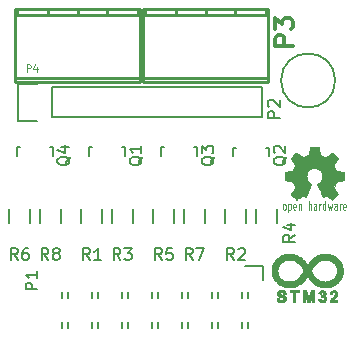
<source format=gto>
G04 #@! TF.FileFunction,Legend,Top*
%FSLAX46Y46*%
G04 Gerber Fmt 4.6, Leading zero omitted, Abs format (unit mm)*
G04 Created by KiCad (PCBNEW 4.0.1-stable) date 08.03.2016 20:40:15*
%MOMM*%
G01*
G04 APERTURE LIST*
%ADD10C,0.100000*%
%ADD11C,0.254000*%
%ADD12C,0.150000*%
%ADD13C,0.075000*%
%ADD14C,0.002540*%
%ADD15C,0.010000*%
%ADD16C,0.304800*%
G04 APERTURE END LIST*
D10*
D11*
X170399020Y-89248800D02*
X181000980Y-89248800D01*
X181000980Y-88850020D02*
X170399020Y-88850020D01*
X181000980Y-83549040D02*
X170399020Y-83549040D01*
X170399020Y-83051200D02*
X181000980Y-83051200D01*
X173203180Y-83549040D02*
X173203180Y-83051200D01*
X175700000Y-83549040D02*
X175700000Y-83051200D01*
X180797780Y-83051200D02*
X180797780Y-83549040D01*
X170599680Y-83549040D02*
X170599680Y-83051200D01*
X178196820Y-83051200D02*
X178196820Y-83549040D01*
X170401560Y-83051200D02*
X170401560Y-89248800D01*
X180995900Y-89248800D02*
X180995900Y-83051200D01*
X159549020Y-89248800D02*
X170150980Y-89248800D01*
X170150980Y-88850020D02*
X159549020Y-88850020D01*
X170150980Y-83549040D02*
X159549020Y-83549040D01*
X159549020Y-83051200D02*
X170150980Y-83051200D01*
X162353180Y-83549040D02*
X162353180Y-83051200D01*
X164850000Y-83549040D02*
X164850000Y-83051200D01*
X169947780Y-83051200D02*
X169947780Y-83549040D01*
X159749680Y-83549040D02*
X159749680Y-83051200D01*
X167346820Y-83051200D02*
X167346820Y-83549040D01*
X159551560Y-83051200D02*
X159551560Y-89248800D01*
X170145900Y-89248800D02*
X170145900Y-83051200D01*
D12*
X168649160Y-94774760D02*
X168600900Y-94774760D01*
X165850180Y-95475800D02*
X165850180Y-94774760D01*
X165850180Y-94774760D02*
X166099100Y-94774760D01*
X168649160Y-94774760D02*
X168849820Y-94774760D01*
X168849820Y-94774760D02*
X168849820Y-95475800D01*
X180849160Y-94799760D02*
X180800900Y-94799760D01*
X178050180Y-95500800D02*
X178050180Y-94799760D01*
X178050180Y-94799760D02*
X178299100Y-94799760D01*
X180849160Y-94799760D02*
X181049820Y-94799760D01*
X181049820Y-94799760D02*
X181049820Y-95500800D01*
X174749160Y-94774760D02*
X174700900Y-94774760D01*
X171950180Y-95475800D02*
X171950180Y-94774760D01*
X171950180Y-94774760D02*
X172199100Y-94774760D01*
X174749160Y-94774760D02*
X174949820Y-94774760D01*
X174949820Y-94774760D02*
X174949820Y-95475800D01*
X162549160Y-94774760D02*
X162500900Y-94774760D01*
X159750180Y-95475800D02*
X159750180Y-94774760D01*
X159750180Y-94774760D02*
X159999100Y-94774760D01*
X162549160Y-94774760D02*
X162749820Y-94774760D01*
X162749820Y-94774760D02*
X162749820Y-95475800D01*
X166925000Y-99975000D02*
X166925000Y-101175000D01*
X165175000Y-101175000D02*
X165175000Y-99975000D01*
X179125000Y-99975000D02*
X179125000Y-101175000D01*
X177375000Y-101175000D02*
X177375000Y-99975000D01*
X169525000Y-99975000D02*
X169525000Y-101175000D01*
X167775000Y-101175000D02*
X167775000Y-99975000D01*
X181725000Y-99975000D02*
X181725000Y-101175000D01*
X179975000Y-101175000D02*
X179975000Y-99975000D01*
X173025000Y-99975000D02*
X173025000Y-101175000D01*
X171275000Y-101175000D02*
X171275000Y-99975000D01*
X160825000Y-99975000D02*
X160825000Y-101175000D01*
X159075000Y-101175000D02*
X159075000Y-99975000D01*
X175625000Y-99975000D02*
X175625000Y-101175000D01*
X173875000Y-101175000D02*
X173875000Y-99975000D01*
X163425000Y-99975000D02*
X163425000Y-101175000D01*
X161675000Y-101175000D02*
X161675000Y-99975000D01*
X162670000Y-89680000D02*
X180450000Y-89680000D01*
X180450000Y-89680000D02*
X180450000Y-92220000D01*
X180450000Y-92220000D02*
X162670000Y-92220000D01*
X159850000Y-89400000D02*
X161400000Y-89400000D01*
X162670000Y-89680000D02*
X162670000Y-92220000D01*
X161400000Y-92500000D02*
X159850000Y-92500000D01*
X159850000Y-92500000D02*
X159850000Y-89400000D01*
D13*
X187060000Y-99570000D02*
X187060000Y-100030000D01*
X187150000Y-99570000D02*
X187200000Y-99570000D01*
X187100000Y-99600000D02*
X187150000Y-99570000D01*
X187080000Y-99620000D02*
X187100000Y-99600000D01*
X187060000Y-99690000D02*
X187080000Y-99620000D01*
X187500000Y-100030000D02*
X187550000Y-100000000D01*
X187400000Y-100030000D02*
X187500000Y-100030000D01*
X187360000Y-100000000D02*
X187400000Y-100030000D01*
X187340000Y-99930000D02*
X187360000Y-100000000D01*
X187340000Y-99660000D02*
X187340000Y-99930000D01*
X187370000Y-99600000D02*
X187340000Y-99660000D01*
X187410000Y-99570000D02*
X187370000Y-99600000D01*
X187510000Y-99570000D02*
X187410000Y-99570000D01*
X187550000Y-99610000D02*
X187510000Y-99570000D01*
X187570000Y-99680000D02*
X187550000Y-99610000D01*
X187570000Y-99800000D02*
X187570000Y-99680000D01*
X187570000Y-99800000D02*
X187340000Y-99800000D01*
X186820000Y-99660000D02*
X186820000Y-100030000D01*
X186790000Y-99600000D02*
X186820000Y-99660000D01*
X186750000Y-99570000D02*
X186790000Y-99600000D01*
X186650000Y-99570000D02*
X186750000Y-99570000D01*
X186600000Y-99600000D02*
X186650000Y-99570000D01*
X186660000Y-99760000D02*
X186610000Y-99790000D01*
X186780000Y-99760000D02*
X186660000Y-99760000D01*
X186820000Y-99730000D02*
X186780000Y-99760000D01*
X186770000Y-100030000D02*
X186820000Y-99990000D01*
X186650000Y-100030000D02*
X186770000Y-100030000D01*
X186600000Y-99990000D02*
X186650000Y-100030000D01*
X186580000Y-99930000D02*
X186600000Y-99990000D01*
X186580000Y-99860000D02*
X186580000Y-99930000D01*
X186610000Y-99790000D02*
X186580000Y-99860000D01*
X186030000Y-99570000D02*
X186130000Y-100030000D01*
X186130000Y-100030000D02*
X186220000Y-99690000D01*
X186220000Y-99690000D02*
X186320000Y-100030000D01*
X186320000Y-100030000D02*
X186420000Y-99570000D01*
X185840000Y-100000000D02*
X185800000Y-100030000D01*
X185800000Y-100030000D02*
X185690000Y-100030000D01*
X185690000Y-100030000D02*
X185650000Y-100000000D01*
X185650000Y-100000000D02*
X185630000Y-99970000D01*
X185630000Y-99970000D02*
X185600000Y-99900000D01*
X185600000Y-99900000D02*
X185600000Y-99700000D01*
X185600000Y-99700000D02*
X185630000Y-99630000D01*
X185630000Y-99630000D02*
X185650000Y-99600000D01*
X185650000Y-99600000D02*
X185710000Y-99560000D01*
X185710000Y-99560000D02*
X185780000Y-99560000D01*
X185780000Y-99560000D02*
X185840000Y-99600000D01*
X185840000Y-99330000D02*
X185840000Y-100030000D01*
X185320000Y-99690000D02*
X185340000Y-99620000D01*
X185340000Y-99620000D02*
X185360000Y-99600000D01*
X185360000Y-99600000D02*
X185410000Y-99570000D01*
X185410000Y-99570000D02*
X185460000Y-99570000D01*
X185320000Y-99570000D02*
X185320000Y-100030000D01*
X184870000Y-99790000D02*
X184840000Y-99860000D01*
X184840000Y-99860000D02*
X184840000Y-99930000D01*
X184840000Y-99930000D02*
X184860000Y-99990000D01*
X184860000Y-99990000D02*
X184910000Y-100030000D01*
X184910000Y-100030000D02*
X185030000Y-100030000D01*
X185030000Y-100030000D02*
X185080000Y-99990000D01*
X185080000Y-99730000D02*
X185040000Y-99760000D01*
X185040000Y-99760000D02*
X184920000Y-99760000D01*
X184920000Y-99760000D02*
X184870000Y-99790000D01*
X184860000Y-99600000D02*
X184910000Y-99570000D01*
X184910000Y-99570000D02*
X185010000Y-99570000D01*
X185010000Y-99570000D02*
X185050000Y-99600000D01*
X185050000Y-99600000D02*
X185080000Y-99660000D01*
X185080000Y-99660000D02*
X185080000Y-100030000D01*
X184410000Y-99640000D02*
X184430000Y-99600000D01*
X184430000Y-99600000D02*
X184480000Y-99570000D01*
X184480000Y-99570000D02*
X184560000Y-99570000D01*
X184560000Y-99570000D02*
X184600000Y-99600000D01*
X184600000Y-99600000D02*
X184620000Y-99660000D01*
X184620000Y-99660000D02*
X184620000Y-100030000D01*
X184410000Y-99330000D02*
X184410000Y-100030000D01*
X183360000Y-99800000D02*
X183130000Y-99800000D01*
X183580000Y-99630000D02*
X183600000Y-99600000D01*
X183600000Y-99600000D02*
X183640000Y-99570000D01*
X183640000Y-99570000D02*
X183730000Y-99570000D01*
X183730000Y-99570000D02*
X183770000Y-99600000D01*
X183770000Y-99600000D02*
X183790000Y-99660000D01*
X183790000Y-99660000D02*
X183790000Y-100030000D01*
X183580000Y-99570000D02*
X183580000Y-100030000D01*
X183360000Y-99800000D02*
X183360000Y-99680000D01*
X183360000Y-99680000D02*
X183340000Y-99610000D01*
X183340000Y-99610000D02*
X183300000Y-99570000D01*
X183300000Y-99570000D02*
X183200000Y-99570000D01*
X183200000Y-99570000D02*
X183160000Y-99600000D01*
X183160000Y-99600000D02*
X183130000Y-99660000D01*
X183130000Y-99660000D02*
X183130000Y-99930000D01*
X183130000Y-99930000D02*
X183150000Y-100000000D01*
X183150000Y-100000000D02*
X183190000Y-100030000D01*
X183190000Y-100030000D02*
X183290000Y-100030000D01*
X183290000Y-100030000D02*
X183340000Y-100000000D01*
X182700000Y-99600000D02*
X182740000Y-99570000D01*
X182740000Y-99570000D02*
X182840000Y-99570000D01*
X182840000Y-99570000D02*
X182880000Y-99600000D01*
X182880000Y-99600000D02*
X182910000Y-99630000D01*
X182910000Y-99630000D02*
X182930000Y-99690000D01*
X182930000Y-99690000D02*
X182930000Y-99910000D01*
X182930000Y-99910000D02*
X182910000Y-99970000D01*
X182910000Y-99970000D02*
X182890000Y-100000000D01*
X182890000Y-100000000D02*
X182850000Y-100030000D01*
X182850000Y-100030000D02*
X182750000Y-100030000D01*
X182750000Y-100030000D02*
X182700000Y-100000000D01*
X182700000Y-100270000D02*
X182700000Y-99570000D01*
X182390000Y-99570000D02*
X182310000Y-99570000D01*
X182310000Y-99570000D02*
X182270000Y-99600000D01*
X182270000Y-99600000D02*
X182250000Y-99630000D01*
X182250000Y-99630000D02*
X182220000Y-99700000D01*
X182310000Y-100030000D02*
X182390000Y-100030000D01*
X182390000Y-100030000D02*
X182440000Y-100000000D01*
X182440000Y-100000000D02*
X182460000Y-99970000D01*
X182460000Y-99970000D02*
X182480000Y-99900000D01*
X182480000Y-99900000D02*
X182480000Y-99700000D01*
X182480000Y-99700000D02*
X182460000Y-99640000D01*
X182460000Y-99640000D02*
X182440000Y-99610000D01*
X182440000Y-99610000D02*
X182390000Y-99570000D01*
X182220000Y-99700000D02*
X182220000Y-99900000D01*
X182220000Y-99900000D02*
X182240000Y-99960000D01*
X182240000Y-99960000D02*
X182260000Y-99990000D01*
X182260000Y-99990000D02*
X182310000Y-100030000D01*
D14*
G36*
X183386160Y-99195360D02*
X183411560Y-99180120D01*
X183469980Y-99144560D01*
X183553800Y-99088680D01*
X183652860Y-99022640D01*
X183751920Y-98956600D01*
X183833200Y-98903260D01*
X183889080Y-98865160D01*
X183914480Y-98852460D01*
X183927180Y-98857540D01*
X183972900Y-98880400D01*
X184041480Y-98915960D01*
X184082120Y-98936280D01*
X184143080Y-98961680D01*
X184176100Y-98969300D01*
X184181180Y-98959140D01*
X184204040Y-98910880D01*
X184239600Y-98829600D01*
X184285320Y-98720380D01*
X184341200Y-98593380D01*
X184397080Y-98458760D01*
X184455500Y-98319060D01*
X184511380Y-98184440D01*
X184559640Y-98065060D01*
X184600280Y-97968540D01*
X184625680Y-97899960D01*
X184635840Y-97872020D01*
X184633300Y-97864400D01*
X184600280Y-97833920D01*
X184546940Y-97793280D01*
X184427560Y-97696760D01*
X184310720Y-97551980D01*
X184239600Y-97386880D01*
X184216740Y-97201460D01*
X184237060Y-97031280D01*
X184303100Y-96868720D01*
X184417400Y-96721400D01*
X184557100Y-96612180D01*
X184719660Y-96543600D01*
X184900000Y-96520740D01*
X185072720Y-96541060D01*
X185240360Y-96607100D01*
X185387680Y-96718860D01*
X185451180Y-96789980D01*
X185537540Y-96939840D01*
X185585800Y-97097320D01*
X185590880Y-97137960D01*
X185583260Y-97313220D01*
X185532460Y-97483400D01*
X185438480Y-97633260D01*
X185308940Y-97757720D01*
X185293700Y-97767880D01*
X185235280Y-97813600D01*
X185194640Y-97844080D01*
X185164160Y-97869480D01*
X185387680Y-98407960D01*
X185423240Y-98491780D01*
X185484200Y-98639100D01*
X185537540Y-98766100D01*
X185580720Y-98867700D01*
X185611200Y-98933740D01*
X185623900Y-98961680D01*
X185623900Y-98964220D01*
X185644220Y-98966760D01*
X185684860Y-98951520D01*
X185761060Y-98915960D01*
X185809320Y-98890560D01*
X185867740Y-98862620D01*
X185893140Y-98852460D01*
X185916000Y-98865160D01*
X185969340Y-98900720D01*
X186050620Y-98954060D01*
X186147140Y-99017560D01*
X186238580Y-99081060D01*
X186322400Y-99136940D01*
X186383360Y-99175040D01*
X186413840Y-99192820D01*
X186418920Y-99192820D01*
X186444320Y-99177580D01*
X186492580Y-99136940D01*
X186566240Y-99068360D01*
X186670380Y-98964220D01*
X186685620Y-98948980D01*
X186771980Y-98862620D01*
X186840560Y-98788960D01*
X186886280Y-98738160D01*
X186904060Y-98715300D01*
X186904060Y-98715300D01*
X186888820Y-98684820D01*
X186850720Y-98623860D01*
X186794840Y-98537500D01*
X186726260Y-98438440D01*
X186548460Y-98179360D01*
X186644980Y-97935520D01*
X186675460Y-97859320D01*
X186713560Y-97770420D01*
X186741500Y-97704380D01*
X186756740Y-97676440D01*
X186782140Y-97666280D01*
X186850720Y-97651040D01*
X186947240Y-97630720D01*
X187061540Y-97610400D01*
X187173300Y-97590080D01*
X187272360Y-97569760D01*
X187343480Y-97557060D01*
X187376500Y-97549440D01*
X187384120Y-97544360D01*
X187391740Y-97529120D01*
X187394280Y-97496100D01*
X187396820Y-97435140D01*
X187399360Y-97341160D01*
X187399360Y-97201460D01*
X187399360Y-97186220D01*
X187396820Y-97056680D01*
X187394280Y-96950000D01*
X187391740Y-96883960D01*
X187386660Y-96856020D01*
X187386660Y-96856020D01*
X187356180Y-96848400D01*
X187285060Y-96833160D01*
X187186000Y-96815380D01*
X187066620Y-96792520D01*
X187059000Y-96789980D01*
X186942160Y-96767120D01*
X186843100Y-96746800D01*
X186771980Y-96731560D01*
X186744040Y-96721400D01*
X186736420Y-96713780D01*
X186713560Y-96668060D01*
X186680540Y-96594400D01*
X186639900Y-96505500D01*
X186601800Y-96411520D01*
X186568780Y-96327700D01*
X186545920Y-96266740D01*
X186538300Y-96238800D01*
X186540840Y-96236260D01*
X186558620Y-96208320D01*
X186599260Y-96147360D01*
X186655140Y-96063540D01*
X186723720Y-95961940D01*
X186728800Y-95954320D01*
X186797380Y-95855260D01*
X186853260Y-95768900D01*
X186888820Y-95710480D01*
X186904060Y-95682540D01*
X186904060Y-95680000D01*
X186881200Y-95649520D01*
X186830400Y-95593640D01*
X186756740Y-95517440D01*
X186670380Y-95428540D01*
X186642440Y-95403140D01*
X186543380Y-95306620D01*
X186477340Y-95245660D01*
X186434160Y-95212640D01*
X186413840Y-95205020D01*
X186413840Y-95205020D01*
X186383360Y-95222800D01*
X186319860Y-95263440D01*
X186236040Y-95321860D01*
X186134440Y-95390440D01*
X186126820Y-95395520D01*
X186027760Y-95464100D01*
X185943940Y-95519980D01*
X185885520Y-95560620D01*
X185857580Y-95575860D01*
X185855040Y-95575860D01*
X185814400Y-95563160D01*
X185743280Y-95537760D01*
X185654380Y-95504740D01*
X185562940Y-95466640D01*
X185479120Y-95431080D01*
X185415620Y-95403140D01*
X185385140Y-95385360D01*
X185385140Y-95385360D01*
X185374980Y-95349800D01*
X185357200Y-95273600D01*
X185336880Y-95172000D01*
X185311480Y-95050080D01*
X185308940Y-95029760D01*
X185286080Y-94910380D01*
X185268300Y-94811320D01*
X185253060Y-94742740D01*
X185245440Y-94714800D01*
X185230200Y-94712260D01*
X185171780Y-94707180D01*
X185082880Y-94704640D01*
X184973660Y-94704640D01*
X184861900Y-94704640D01*
X184752680Y-94707180D01*
X184658700Y-94709720D01*
X184590120Y-94714800D01*
X184562180Y-94719880D01*
X184562180Y-94722420D01*
X184552020Y-94760520D01*
X184534240Y-94834180D01*
X184513920Y-94938320D01*
X184491060Y-95060240D01*
X184485980Y-95083100D01*
X184463120Y-95199940D01*
X184442800Y-95299000D01*
X184430100Y-95365040D01*
X184422480Y-95392980D01*
X184409780Y-95398060D01*
X184361520Y-95418380D01*
X184282780Y-95451400D01*
X184183720Y-95492040D01*
X183955120Y-95583480D01*
X183673180Y-95392980D01*
X183647780Y-95375200D01*
X183546180Y-95306620D01*
X183464900Y-95250740D01*
X183406480Y-95212640D01*
X183383620Y-95199940D01*
X183381080Y-95199940D01*
X183353140Y-95225340D01*
X183297260Y-95278680D01*
X183221060Y-95352340D01*
X183132160Y-95438700D01*
X183068660Y-95504740D01*
X182989920Y-95583480D01*
X182941660Y-95636820D01*
X182913720Y-95669840D01*
X182906100Y-95690160D01*
X182908640Y-95705400D01*
X182926420Y-95733340D01*
X182967060Y-95794300D01*
X183025480Y-95880660D01*
X183094060Y-95979720D01*
X183149940Y-96063540D01*
X183210900Y-96157520D01*
X183249000Y-96223560D01*
X183264240Y-96256580D01*
X183259160Y-96269280D01*
X183241380Y-96325160D01*
X183205820Y-96408980D01*
X183165180Y-96508040D01*
X183066120Y-96729020D01*
X182921340Y-96756960D01*
X182832440Y-96774740D01*
X182710520Y-96797600D01*
X182591140Y-96820460D01*
X182408260Y-96856020D01*
X182400640Y-97531660D01*
X182428580Y-97544360D01*
X182456520Y-97551980D01*
X182525100Y-97567220D01*
X182621620Y-97587540D01*
X182738460Y-97607860D01*
X182834980Y-97625640D01*
X182934040Y-97645960D01*
X183005160Y-97658660D01*
X183035640Y-97666280D01*
X183045800Y-97676440D01*
X183068660Y-97724700D01*
X183104220Y-97800900D01*
X183144860Y-97892340D01*
X183182960Y-97986320D01*
X183218520Y-98075220D01*
X183241380Y-98141260D01*
X183251540Y-98174280D01*
X183238840Y-98202220D01*
X183200740Y-98260640D01*
X183147400Y-98341920D01*
X183078820Y-98440980D01*
X183012780Y-98537500D01*
X182954360Y-98621320D01*
X182916260Y-98682280D01*
X182898480Y-98710220D01*
X182908640Y-98728000D01*
X182946740Y-98776260D01*
X183020400Y-98852460D01*
X183132160Y-98961680D01*
X183149940Y-98979460D01*
X183236300Y-99063280D01*
X183309960Y-99131860D01*
X183363300Y-99177580D01*
X183386160Y-99195360D01*
X183386160Y-99195360D01*
G37*
X183386160Y-99195360D02*
X183411560Y-99180120D01*
X183469980Y-99144560D01*
X183553800Y-99088680D01*
X183652860Y-99022640D01*
X183751920Y-98956600D01*
X183833200Y-98903260D01*
X183889080Y-98865160D01*
X183914480Y-98852460D01*
X183927180Y-98857540D01*
X183972900Y-98880400D01*
X184041480Y-98915960D01*
X184082120Y-98936280D01*
X184143080Y-98961680D01*
X184176100Y-98969300D01*
X184181180Y-98959140D01*
X184204040Y-98910880D01*
X184239600Y-98829600D01*
X184285320Y-98720380D01*
X184341200Y-98593380D01*
X184397080Y-98458760D01*
X184455500Y-98319060D01*
X184511380Y-98184440D01*
X184559640Y-98065060D01*
X184600280Y-97968540D01*
X184625680Y-97899960D01*
X184635840Y-97872020D01*
X184633300Y-97864400D01*
X184600280Y-97833920D01*
X184546940Y-97793280D01*
X184427560Y-97696760D01*
X184310720Y-97551980D01*
X184239600Y-97386880D01*
X184216740Y-97201460D01*
X184237060Y-97031280D01*
X184303100Y-96868720D01*
X184417400Y-96721400D01*
X184557100Y-96612180D01*
X184719660Y-96543600D01*
X184900000Y-96520740D01*
X185072720Y-96541060D01*
X185240360Y-96607100D01*
X185387680Y-96718860D01*
X185451180Y-96789980D01*
X185537540Y-96939840D01*
X185585800Y-97097320D01*
X185590880Y-97137960D01*
X185583260Y-97313220D01*
X185532460Y-97483400D01*
X185438480Y-97633260D01*
X185308940Y-97757720D01*
X185293700Y-97767880D01*
X185235280Y-97813600D01*
X185194640Y-97844080D01*
X185164160Y-97869480D01*
X185387680Y-98407960D01*
X185423240Y-98491780D01*
X185484200Y-98639100D01*
X185537540Y-98766100D01*
X185580720Y-98867700D01*
X185611200Y-98933740D01*
X185623900Y-98961680D01*
X185623900Y-98964220D01*
X185644220Y-98966760D01*
X185684860Y-98951520D01*
X185761060Y-98915960D01*
X185809320Y-98890560D01*
X185867740Y-98862620D01*
X185893140Y-98852460D01*
X185916000Y-98865160D01*
X185969340Y-98900720D01*
X186050620Y-98954060D01*
X186147140Y-99017560D01*
X186238580Y-99081060D01*
X186322400Y-99136940D01*
X186383360Y-99175040D01*
X186413840Y-99192820D01*
X186418920Y-99192820D01*
X186444320Y-99177580D01*
X186492580Y-99136940D01*
X186566240Y-99068360D01*
X186670380Y-98964220D01*
X186685620Y-98948980D01*
X186771980Y-98862620D01*
X186840560Y-98788960D01*
X186886280Y-98738160D01*
X186904060Y-98715300D01*
X186904060Y-98715300D01*
X186888820Y-98684820D01*
X186850720Y-98623860D01*
X186794840Y-98537500D01*
X186726260Y-98438440D01*
X186548460Y-98179360D01*
X186644980Y-97935520D01*
X186675460Y-97859320D01*
X186713560Y-97770420D01*
X186741500Y-97704380D01*
X186756740Y-97676440D01*
X186782140Y-97666280D01*
X186850720Y-97651040D01*
X186947240Y-97630720D01*
X187061540Y-97610400D01*
X187173300Y-97590080D01*
X187272360Y-97569760D01*
X187343480Y-97557060D01*
X187376500Y-97549440D01*
X187384120Y-97544360D01*
X187391740Y-97529120D01*
X187394280Y-97496100D01*
X187396820Y-97435140D01*
X187399360Y-97341160D01*
X187399360Y-97201460D01*
X187399360Y-97186220D01*
X187396820Y-97056680D01*
X187394280Y-96950000D01*
X187391740Y-96883960D01*
X187386660Y-96856020D01*
X187386660Y-96856020D01*
X187356180Y-96848400D01*
X187285060Y-96833160D01*
X187186000Y-96815380D01*
X187066620Y-96792520D01*
X187059000Y-96789980D01*
X186942160Y-96767120D01*
X186843100Y-96746800D01*
X186771980Y-96731560D01*
X186744040Y-96721400D01*
X186736420Y-96713780D01*
X186713560Y-96668060D01*
X186680540Y-96594400D01*
X186639900Y-96505500D01*
X186601800Y-96411520D01*
X186568780Y-96327700D01*
X186545920Y-96266740D01*
X186538300Y-96238800D01*
X186540840Y-96236260D01*
X186558620Y-96208320D01*
X186599260Y-96147360D01*
X186655140Y-96063540D01*
X186723720Y-95961940D01*
X186728800Y-95954320D01*
X186797380Y-95855260D01*
X186853260Y-95768900D01*
X186888820Y-95710480D01*
X186904060Y-95682540D01*
X186904060Y-95680000D01*
X186881200Y-95649520D01*
X186830400Y-95593640D01*
X186756740Y-95517440D01*
X186670380Y-95428540D01*
X186642440Y-95403140D01*
X186543380Y-95306620D01*
X186477340Y-95245660D01*
X186434160Y-95212640D01*
X186413840Y-95205020D01*
X186413840Y-95205020D01*
X186383360Y-95222800D01*
X186319860Y-95263440D01*
X186236040Y-95321860D01*
X186134440Y-95390440D01*
X186126820Y-95395520D01*
X186027760Y-95464100D01*
X185943940Y-95519980D01*
X185885520Y-95560620D01*
X185857580Y-95575860D01*
X185855040Y-95575860D01*
X185814400Y-95563160D01*
X185743280Y-95537760D01*
X185654380Y-95504740D01*
X185562940Y-95466640D01*
X185479120Y-95431080D01*
X185415620Y-95403140D01*
X185385140Y-95385360D01*
X185385140Y-95385360D01*
X185374980Y-95349800D01*
X185357200Y-95273600D01*
X185336880Y-95172000D01*
X185311480Y-95050080D01*
X185308940Y-95029760D01*
X185286080Y-94910380D01*
X185268300Y-94811320D01*
X185253060Y-94742740D01*
X185245440Y-94714800D01*
X185230200Y-94712260D01*
X185171780Y-94707180D01*
X185082880Y-94704640D01*
X184973660Y-94704640D01*
X184861900Y-94704640D01*
X184752680Y-94707180D01*
X184658700Y-94709720D01*
X184590120Y-94714800D01*
X184562180Y-94719880D01*
X184562180Y-94722420D01*
X184552020Y-94760520D01*
X184534240Y-94834180D01*
X184513920Y-94938320D01*
X184491060Y-95060240D01*
X184485980Y-95083100D01*
X184463120Y-95199940D01*
X184442800Y-95299000D01*
X184430100Y-95365040D01*
X184422480Y-95392980D01*
X184409780Y-95398060D01*
X184361520Y-95418380D01*
X184282780Y-95451400D01*
X184183720Y-95492040D01*
X183955120Y-95583480D01*
X183673180Y-95392980D01*
X183647780Y-95375200D01*
X183546180Y-95306620D01*
X183464900Y-95250740D01*
X183406480Y-95212640D01*
X183383620Y-95199940D01*
X183381080Y-95199940D01*
X183353140Y-95225340D01*
X183297260Y-95278680D01*
X183221060Y-95352340D01*
X183132160Y-95438700D01*
X183068660Y-95504740D01*
X182989920Y-95583480D01*
X182941660Y-95636820D01*
X182913720Y-95669840D01*
X182906100Y-95690160D01*
X182908640Y-95705400D01*
X182926420Y-95733340D01*
X182967060Y-95794300D01*
X183025480Y-95880660D01*
X183094060Y-95979720D01*
X183149940Y-96063540D01*
X183210900Y-96157520D01*
X183249000Y-96223560D01*
X183264240Y-96256580D01*
X183259160Y-96269280D01*
X183241380Y-96325160D01*
X183205820Y-96408980D01*
X183165180Y-96508040D01*
X183066120Y-96729020D01*
X182921340Y-96756960D01*
X182832440Y-96774740D01*
X182710520Y-96797600D01*
X182591140Y-96820460D01*
X182408260Y-96856020D01*
X182400640Y-97531660D01*
X182428580Y-97544360D01*
X182456520Y-97551980D01*
X182525100Y-97567220D01*
X182621620Y-97587540D01*
X182738460Y-97607860D01*
X182834980Y-97625640D01*
X182934040Y-97645960D01*
X183005160Y-97658660D01*
X183035640Y-97666280D01*
X183045800Y-97676440D01*
X183068660Y-97724700D01*
X183104220Y-97800900D01*
X183144860Y-97892340D01*
X183182960Y-97986320D01*
X183218520Y-98075220D01*
X183241380Y-98141260D01*
X183251540Y-98174280D01*
X183238840Y-98202220D01*
X183200740Y-98260640D01*
X183147400Y-98341920D01*
X183078820Y-98440980D01*
X183012780Y-98537500D01*
X182954360Y-98621320D01*
X182916260Y-98682280D01*
X182898480Y-98710220D01*
X182908640Y-98728000D01*
X182946740Y-98776260D01*
X183020400Y-98852460D01*
X183132160Y-98961680D01*
X183149940Y-98979460D01*
X183236300Y-99063280D01*
X183309960Y-99131860D01*
X183363300Y-99177580D01*
X183386160Y-99195360D01*
D15*
G36*
X182102900Y-106847876D02*
X182148719Y-106848658D01*
X182186610Y-106850799D01*
X182218762Y-106854717D01*
X182247361Y-106860826D01*
X182274597Y-106869542D01*
X182302656Y-106881279D01*
X182318425Y-106888776D01*
X182356463Y-106912256D01*
X182392066Y-106943329D01*
X182422625Y-106979430D01*
X182441571Y-107009980D01*
X182455935Y-107040129D01*
X182465674Y-107067871D01*
X182472232Y-107097931D01*
X182475484Y-107121044D01*
X182479375Y-107153358D01*
X182430837Y-107156572D01*
X182403060Y-107158027D01*
X182370649Y-107159145D01*
X182339132Y-107159752D01*
X182328255Y-107159813D01*
X182274210Y-107159840D01*
X182270704Y-107141152D01*
X182259102Y-107104228D01*
X182239601Y-107072979D01*
X182212960Y-107048347D01*
X182183222Y-107032505D01*
X182158418Y-107025821D01*
X182127035Y-107021665D01*
X182092351Y-107020098D01*
X182057643Y-107021180D01*
X182026190Y-107024973D01*
X182007987Y-107029237D01*
X181976336Y-107042315D01*
X181951321Y-107059787D01*
X181933836Y-107080609D01*
X181924773Y-107103734D01*
X181924744Y-107126710D01*
X181932585Y-107146366D01*
X181947415Y-107166216D01*
X181966615Y-107183148D01*
X181977959Y-107190020D01*
X181995654Y-107197663D01*
X182021423Y-107206969D01*
X182053429Y-107217360D01*
X182089837Y-107228255D01*
X182128811Y-107239078D01*
X182155298Y-107245962D01*
X182213287Y-107261336D01*
X182262418Y-107276093D01*
X182303926Y-107290768D01*
X182339047Y-107305897D01*
X182369017Y-107322017D01*
X182395072Y-107339663D01*
X182418447Y-107359371D01*
X182419910Y-107360743D01*
X182454260Y-107399265D01*
X182479789Y-107441953D01*
X182496745Y-107489420D01*
X182505379Y-107542280D01*
X182506671Y-107574062D01*
X182501973Y-107627603D01*
X182488108Y-107678676D01*
X182465779Y-107726101D01*
X182435685Y-107768699D01*
X182398526Y-107805290D01*
X182355003Y-107834695D01*
X182350492Y-107837109D01*
X182314863Y-107853634D01*
X182278024Y-107866121D01*
X182237922Y-107874996D01*
X182192503Y-107880688D01*
X182139715Y-107883624D01*
X182125760Y-107883966D01*
X182094116Y-107884271D01*
X182063604Y-107884007D01*
X182036679Y-107883234D01*
X182015798Y-107882014D01*
X182006380Y-107880973D01*
X181943747Y-107866886D01*
X181887407Y-107845129D01*
X181837638Y-107815916D01*
X181794717Y-107779462D01*
X181758922Y-107735983D01*
X181730531Y-107685695D01*
X181719283Y-107658297D01*
X181712037Y-107636407D01*
X181705473Y-107612938D01*
X181700066Y-107590114D01*
X181696290Y-107570161D01*
X181694620Y-107555301D01*
X181695529Y-107547761D01*
X181695680Y-107547585D01*
X181701180Y-107546329D01*
X181714835Y-107544257D01*
X181734695Y-107541596D01*
X181758811Y-107538576D01*
X181785231Y-107535425D01*
X181812006Y-107532373D01*
X181837185Y-107529646D01*
X181858817Y-107527475D01*
X181874953Y-107526088D01*
X181882357Y-107525699D01*
X181888560Y-107529871D01*
X181894802Y-107543014D01*
X181899018Y-107556547D01*
X181915789Y-107602434D01*
X181938271Y-107640188D01*
X181966331Y-107669634D01*
X181999837Y-107690597D01*
X182000548Y-107690922D01*
X182038630Y-107704060D01*
X182079913Y-107711073D01*
X182122436Y-107712204D01*
X182164238Y-107707700D01*
X182203357Y-107697805D01*
X182237834Y-107682766D01*
X182265706Y-107662828D01*
X182271494Y-107657017D01*
X182285170Y-107637520D01*
X182296168Y-107613299D01*
X182302570Y-107589048D01*
X182303448Y-107578746D01*
X182301042Y-107561049D01*
X182294840Y-107541552D01*
X182292130Y-107535607D01*
X182284277Y-107522387D01*
X182274370Y-107510857D01*
X182261301Y-107500494D01*
X182243965Y-107490774D01*
X182221253Y-107481172D01*
X182192060Y-107471165D01*
X182155280Y-107460228D01*
X182109804Y-107447838D01*
X182102900Y-107446015D01*
X182046010Y-107430669D01*
X181997917Y-107416757D01*
X181957447Y-107403764D01*
X181923425Y-107391175D01*
X181894677Y-107378475D01*
X181870029Y-107365148D01*
X181848306Y-107350679D01*
X181828335Y-107334553D01*
X181810315Y-107317627D01*
X181776594Y-107278802D01*
X181752412Y-107238380D01*
X181737148Y-107194882D01*
X181730181Y-107146831D01*
X181729580Y-107125299D01*
X181734527Y-107074932D01*
X181748805Y-107027629D01*
X181771847Y-106984172D01*
X181803084Y-106945342D01*
X181841947Y-106911921D01*
X181887869Y-106884690D01*
X181912400Y-106873989D01*
X181937008Y-106864980D01*
X181959807Y-106858221D01*
X181982922Y-106853422D01*
X182008473Y-106850291D01*
X182038586Y-106848538D01*
X182075381Y-106847870D01*
X182102900Y-106847876D01*
X182102900Y-106847876D01*
G37*
X182102900Y-106847876D02*
X182148719Y-106848658D01*
X182186610Y-106850799D01*
X182218762Y-106854717D01*
X182247361Y-106860826D01*
X182274597Y-106869542D01*
X182302656Y-106881279D01*
X182318425Y-106888776D01*
X182356463Y-106912256D01*
X182392066Y-106943329D01*
X182422625Y-106979430D01*
X182441571Y-107009980D01*
X182455935Y-107040129D01*
X182465674Y-107067871D01*
X182472232Y-107097931D01*
X182475484Y-107121044D01*
X182479375Y-107153358D01*
X182430837Y-107156572D01*
X182403060Y-107158027D01*
X182370649Y-107159145D01*
X182339132Y-107159752D01*
X182328255Y-107159813D01*
X182274210Y-107159840D01*
X182270704Y-107141152D01*
X182259102Y-107104228D01*
X182239601Y-107072979D01*
X182212960Y-107048347D01*
X182183222Y-107032505D01*
X182158418Y-107025821D01*
X182127035Y-107021665D01*
X182092351Y-107020098D01*
X182057643Y-107021180D01*
X182026190Y-107024973D01*
X182007987Y-107029237D01*
X181976336Y-107042315D01*
X181951321Y-107059787D01*
X181933836Y-107080609D01*
X181924773Y-107103734D01*
X181924744Y-107126710D01*
X181932585Y-107146366D01*
X181947415Y-107166216D01*
X181966615Y-107183148D01*
X181977959Y-107190020D01*
X181995654Y-107197663D01*
X182021423Y-107206969D01*
X182053429Y-107217360D01*
X182089837Y-107228255D01*
X182128811Y-107239078D01*
X182155298Y-107245962D01*
X182213287Y-107261336D01*
X182262418Y-107276093D01*
X182303926Y-107290768D01*
X182339047Y-107305897D01*
X182369017Y-107322017D01*
X182395072Y-107339663D01*
X182418447Y-107359371D01*
X182419910Y-107360743D01*
X182454260Y-107399265D01*
X182479789Y-107441953D01*
X182496745Y-107489420D01*
X182505379Y-107542280D01*
X182506671Y-107574062D01*
X182501973Y-107627603D01*
X182488108Y-107678676D01*
X182465779Y-107726101D01*
X182435685Y-107768699D01*
X182398526Y-107805290D01*
X182355003Y-107834695D01*
X182350492Y-107837109D01*
X182314863Y-107853634D01*
X182278024Y-107866121D01*
X182237922Y-107874996D01*
X182192503Y-107880688D01*
X182139715Y-107883624D01*
X182125760Y-107883966D01*
X182094116Y-107884271D01*
X182063604Y-107884007D01*
X182036679Y-107883234D01*
X182015798Y-107882014D01*
X182006380Y-107880973D01*
X181943747Y-107866886D01*
X181887407Y-107845129D01*
X181837638Y-107815916D01*
X181794717Y-107779462D01*
X181758922Y-107735983D01*
X181730531Y-107685695D01*
X181719283Y-107658297D01*
X181712037Y-107636407D01*
X181705473Y-107612938D01*
X181700066Y-107590114D01*
X181696290Y-107570161D01*
X181694620Y-107555301D01*
X181695529Y-107547761D01*
X181695680Y-107547585D01*
X181701180Y-107546329D01*
X181714835Y-107544257D01*
X181734695Y-107541596D01*
X181758811Y-107538576D01*
X181785231Y-107535425D01*
X181812006Y-107532373D01*
X181837185Y-107529646D01*
X181858817Y-107527475D01*
X181874953Y-107526088D01*
X181882357Y-107525699D01*
X181888560Y-107529871D01*
X181894802Y-107543014D01*
X181899018Y-107556547D01*
X181915789Y-107602434D01*
X181938271Y-107640188D01*
X181966331Y-107669634D01*
X181999837Y-107690597D01*
X182000548Y-107690922D01*
X182038630Y-107704060D01*
X182079913Y-107711073D01*
X182122436Y-107712204D01*
X182164238Y-107707700D01*
X182203357Y-107697805D01*
X182237834Y-107682766D01*
X182265706Y-107662828D01*
X182271494Y-107657017D01*
X182285170Y-107637520D01*
X182296168Y-107613299D01*
X182302570Y-107589048D01*
X182303448Y-107578746D01*
X182301042Y-107561049D01*
X182294840Y-107541552D01*
X182292130Y-107535607D01*
X182284277Y-107522387D01*
X182274370Y-107510857D01*
X182261301Y-107500494D01*
X182243965Y-107490774D01*
X182221253Y-107481172D01*
X182192060Y-107471165D01*
X182155280Y-107460228D01*
X182109804Y-107447838D01*
X182102900Y-107446015D01*
X182046010Y-107430669D01*
X181997917Y-107416757D01*
X181957447Y-107403764D01*
X181923425Y-107391175D01*
X181894677Y-107378475D01*
X181870029Y-107365148D01*
X181848306Y-107350679D01*
X181828335Y-107334553D01*
X181810315Y-107317627D01*
X181776594Y-107278802D01*
X181752412Y-107238380D01*
X181737148Y-107194882D01*
X181730181Y-107146831D01*
X181729580Y-107125299D01*
X181734527Y-107074932D01*
X181748805Y-107027629D01*
X181771847Y-106984172D01*
X181803084Y-106945342D01*
X181841947Y-106911921D01*
X181887869Y-106884690D01*
X181912400Y-106873989D01*
X181937008Y-106864980D01*
X181959807Y-106858221D01*
X181982922Y-106853422D01*
X182008473Y-106850291D01*
X182038586Y-106848538D01*
X182075381Y-106847870D01*
X182102900Y-106847876D01*
G36*
X185607875Y-106863429D02*
X185655938Y-106873281D01*
X185699019Y-106890391D01*
X185738727Y-106915389D01*
X185774430Y-106946656D01*
X185798629Y-106972491D01*
X185816346Y-106995838D01*
X185829740Y-107019559D01*
X185830310Y-107020754D01*
X185837513Y-107036567D01*
X185842255Y-107049596D01*
X185845047Y-107062733D01*
X185846402Y-107078873D01*
X185846831Y-107100907D01*
X185846860Y-107114226D01*
X185846705Y-107139916D01*
X185845893Y-107158299D01*
X185843902Y-107172230D01*
X185840210Y-107184562D01*
X185834296Y-107198149D01*
X185829830Y-107207346D01*
X185809473Y-107240326D01*
X185782566Y-107271836D01*
X185752208Y-107298523D01*
X185734769Y-107310162D01*
X185711077Y-107324046D01*
X185738328Y-107334134D01*
X185783388Y-107355908D01*
X185821799Y-107385131D01*
X185852996Y-107421186D01*
X185876409Y-107463453D01*
X185888204Y-107497660D01*
X185892689Y-107523503D01*
X185894623Y-107555382D01*
X185894033Y-107589506D01*
X185890943Y-107622083D01*
X185887250Y-107642171D01*
X185876220Y-107679357D01*
X185861031Y-107712391D01*
X185840170Y-107743829D01*
X185812123Y-107776225D01*
X185801282Y-107787313D01*
X185769162Y-107817098D01*
X185738899Y-107839620D01*
X185707571Y-107856585D01*
X185672259Y-107869697D01*
X185649197Y-107876109D01*
X185612369Y-107882634D01*
X185570220Y-107885590D01*
X185526962Y-107884927D01*
X185486804Y-107880598D01*
X185474026Y-107878156D01*
X185422698Y-107861849D01*
X185374928Y-107836647D01*
X185331955Y-107803547D01*
X185295019Y-107763544D01*
X185265358Y-107717635D01*
X185259293Y-107705495D01*
X185251823Y-107687379D01*
X185244815Y-107666419D01*
X185238857Y-107645002D01*
X185234537Y-107625519D01*
X185232443Y-107610358D01*
X185233162Y-107601907D01*
X185233643Y-107601276D01*
X185239229Y-107599916D01*
X185252902Y-107597566D01*
X185272667Y-107594504D01*
X185296529Y-107591008D01*
X185322494Y-107587352D01*
X185348567Y-107583815D01*
X185372753Y-107580674D01*
X185393059Y-107578204D01*
X185407489Y-107576683D01*
X185413369Y-107576333D01*
X185416250Y-107580875D01*
X185419954Y-107592442D01*
X185422241Y-107601967D01*
X185434572Y-107640200D01*
X185453159Y-107672242D01*
X185476869Y-107697547D01*
X185504569Y-107715574D01*
X185535125Y-107725777D01*
X185567403Y-107727615D01*
X185600270Y-107720543D01*
X185632593Y-107704017D01*
X185633607Y-107703326D01*
X185659440Y-107679497D01*
X185678860Y-107648404D01*
X185691458Y-107610977D01*
X185696828Y-107568146D01*
X185697000Y-107558505D01*
X185693196Y-107515230D01*
X185682020Y-107478017D01*
X185663821Y-107447371D01*
X185638947Y-107423797D01*
X185607749Y-107407803D01*
X185589380Y-107402698D01*
X185571610Y-107399877D01*
X185554613Y-107399695D01*
X185534203Y-107402276D01*
X185521195Y-107404682D01*
X185502306Y-107408134D01*
X185487643Y-107410325D01*
X185479715Y-107410899D01*
X185479044Y-107410720D01*
X185479018Y-107405438D01*
X185480143Y-107392290D01*
X185482149Y-107373468D01*
X185484767Y-107351167D01*
X185487728Y-107327580D01*
X185490764Y-107304900D01*
X185493604Y-107285322D01*
X185495980Y-107271039D01*
X185496491Y-107268454D01*
X185499305Y-107262252D01*
X185506149Y-107258268D01*
X185519414Y-107255493D01*
X185530531Y-107254091D01*
X185570583Y-107245695D01*
X185603340Y-107230622D01*
X185628468Y-107209250D01*
X185645630Y-107181959D01*
X185654492Y-107149125D01*
X185654965Y-107113659D01*
X185649231Y-107084232D01*
X185639025Y-107063081D01*
X185619120Y-107041626D01*
X185593705Y-107027184D01*
X185564805Y-107019954D01*
X185534445Y-107020132D01*
X185504648Y-107027916D01*
X185477440Y-107043502D01*
X185473236Y-107046926D01*
X185458619Y-107062506D01*
X185445022Y-107082228D01*
X185434314Y-107102814D01*
X185428362Y-107120986D01*
X185427731Y-107126820D01*
X185427206Y-107135411D01*
X185424976Y-107141399D01*
X185419689Y-107144922D01*
X185409990Y-107146124D01*
X185394527Y-107145143D01*
X185371946Y-107142123D01*
X185340893Y-107137204D01*
X185335914Y-107136392D01*
X185307899Y-107131662D01*
X185283426Y-107127241D01*
X185264247Y-107123469D01*
X185252110Y-107120685D01*
X185248722Y-107119490D01*
X185247858Y-107112824D01*
X185250215Y-107098936D01*
X185255146Y-107080000D01*
X185262003Y-107058189D01*
X185270138Y-107035676D01*
X185278905Y-107014634D01*
X185281819Y-107008399D01*
X185306805Y-106968100D01*
X185339646Y-106933391D01*
X185379394Y-106904791D01*
X185425101Y-106882817D01*
X185475820Y-106867986D01*
X185530602Y-106860815D01*
X185553222Y-106860208D01*
X185607875Y-106863429D01*
X185607875Y-106863429D01*
G37*
X185607875Y-106863429D02*
X185655938Y-106873281D01*
X185699019Y-106890391D01*
X185738727Y-106915389D01*
X185774430Y-106946656D01*
X185798629Y-106972491D01*
X185816346Y-106995838D01*
X185829740Y-107019559D01*
X185830310Y-107020754D01*
X185837513Y-107036567D01*
X185842255Y-107049596D01*
X185845047Y-107062733D01*
X185846402Y-107078873D01*
X185846831Y-107100907D01*
X185846860Y-107114226D01*
X185846705Y-107139916D01*
X185845893Y-107158299D01*
X185843902Y-107172230D01*
X185840210Y-107184562D01*
X185834296Y-107198149D01*
X185829830Y-107207346D01*
X185809473Y-107240326D01*
X185782566Y-107271836D01*
X185752208Y-107298523D01*
X185734769Y-107310162D01*
X185711077Y-107324046D01*
X185738328Y-107334134D01*
X185783388Y-107355908D01*
X185821799Y-107385131D01*
X185852996Y-107421186D01*
X185876409Y-107463453D01*
X185888204Y-107497660D01*
X185892689Y-107523503D01*
X185894623Y-107555382D01*
X185894033Y-107589506D01*
X185890943Y-107622083D01*
X185887250Y-107642171D01*
X185876220Y-107679357D01*
X185861031Y-107712391D01*
X185840170Y-107743829D01*
X185812123Y-107776225D01*
X185801282Y-107787313D01*
X185769162Y-107817098D01*
X185738899Y-107839620D01*
X185707571Y-107856585D01*
X185672259Y-107869697D01*
X185649197Y-107876109D01*
X185612369Y-107882634D01*
X185570220Y-107885590D01*
X185526962Y-107884927D01*
X185486804Y-107880598D01*
X185474026Y-107878156D01*
X185422698Y-107861849D01*
X185374928Y-107836647D01*
X185331955Y-107803547D01*
X185295019Y-107763544D01*
X185265358Y-107717635D01*
X185259293Y-107705495D01*
X185251823Y-107687379D01*
X185244815Y-107666419D01*
X185238857Y-107645002D01*
X185234537Y-107625519D01*
X185232443Y-107610358D01*
X185233162Y-107601907D01*
X185233643Y-107601276D01*
X185239229Y-107599916D01*
X185252902Y-107597566D01*
X185272667Y-107594504D01*
X185296529Y-107591008D01*
X185322494Y-107587352D01*
X185348567Y-107583815D01*
X185372753Y-107580674D01*
X185393059Y-107578204D01*
X185407489Y-107576683D01*
X185413369Y-107576333D01*
X185416250Y-107580875D01*
X185419954Y-107592442D01*
X185422241Y-107601967D01*
X185434572Y-107640200D01*
X185453159Y-107672242D01*
X185476869Y-107697547D01*
X185504569Y-107715574D01*
X185535125Y-107725777D01*
X185567403Y-107727615D01*
X185600270Y-107720543D01*
X185632593Y-107704017D01*
X185633607Y-107703326D01*
X185659440Y-107679497D01*
X185678860Y-107648404D01*
X185691458Y-107610977D01*
X185696828Y-107568146D01*
X185697000Y-107558505D01*
X185693196Y-107515230D01*
X185682020Y-107478017D01*
X185663821Y-107447371D01*
X185638947Y-107423797D01*
X185607749Y-107407803D01*
X185589380Y-107402698D01*
X185571610Y-107399877D01*
X185554613Y-107399695D01*
X185534203Y-107402276D01*
X185521195Y-107404682D01*
X185502306Y-107408134D01*
X185487643Y-107410325D01*
X185479715Y-107410899D01*
X185479044Y-107410720D01*
X185479018Y-107405438D01*
X185480143Y-107392290D01*
X185482149Y-107373468D01*
X185484767Y-107351167D01*
X185487728Y-107327580D01*
X185490764Y-107304900D01*
X185493604Y-107285322D01*
X185495980Y-107271039D01*
X185496491Y-107268454D01*
X185499305Y-107262252D01*
X185506149Y-107258268D01*
X185519414Y-107255493D01*
X185530531Y-107254091D01*
X185570583Y-107245695D01*
X185603340Y-107230622D01*
X185628468Y-107209250D01*
X185645630Y-107181959D01*
X185654492Y-107149125D01*
X185654965Y-107113659D01*
X185649231Y-107084232D01*
X185639025Y-107063081D01*
X185619120Y-107041626D01*
X185593705Y-107027184D01*
X185564805Y-107019954D01*
X185534445Y-107020132D01*
X185504648Y-107027916D01*
X185477440Y-107043502D01*
X185473236Y-107046926D01*
X185458619Y-107062506D01*
X185445022Y-107082228D01*
X185434314Y-107102814D01*
X185428362Y-107120986D01*
X185427731Y-107126820D01*
X185427206Y-107135411D01*
X185424976Y-107141399D01*
X185419689Y-107144922D01*
X185409990Y-107146124D01*
X185394527Y-107145143D01*
X185371946Y-107142123D01*
X185340893Y-107137204D01*
X185335914Y-107136392D01*
X185307899Y-107131662D01*
X185283426Y-107127241D01*
X185264247Y-107123469D01*
X185252110Y-107120685D01*
X185248722Y-107119490D01*
X185247858Y-107112824D01*
X185250215Y-107098936D01*
X185255146Y-107080000D01*
X185262003Y-107058189D01*
X185270138Y-107035676D01*
X185278905Y-107014634D01*
X185281819Y-107008399D01*
X185306805Y-106968100D01*
X185339646Y-106933391D01*
X185379394Y-106904791D01*
X185425101Y-106882817D01*
X185475820Y-106867986D01*
X185530602Y-106860815D01*
X185553222Y-106860208D01*
X185607875Y-106863429D01*
G36*
X183598960Y-107032840D02*
X183299240Y-107032840D01*
X183299240Y-107865960D01*
X183096040Y-107865960D01*
X183096040Y-107032840D01*
X182801400Y-107032840D01*
X182801400Y-106865200D01*
X183598960Y-106865200D01*
X183598960Y-107032840D01*
X183598960Y-107032840D01*
G37*
X183598960Y-107032840D02*
X183299240Y-107032840D01*
X183299240Y-107865960D01*
X183096040Y-107865960D01*
X183096040Y-107032840D01*
X182801400Y-107032840D01*
X182801400Y-106865200D01*
X183598960Y-106865200D01*
X183598960Y-107032840D01*
G36*
X184884200Y-107865960D02*
X184697820Y-107865960D01*
X184694508Y-107793570D01*
X184693899Y-107775222D01*
X184693309Y-107747872D01*
X184692751Y-107712674D01*
X184692236Y-107670785D01*
X184691775Y-107623361D01*
X184691380Y-107571560D01*
X184691062Y-107516536D01*
X184690832Y-107459447D01*
X184690713Y-107408760D01*
X184690229Y-107096340D01*
X184593546Y-107481150D01*
X184496864Y-107865960D01*
X184300997Y-107865960D01*
X184107555Y-107091260D01*
X184107257Y-107478610D01*
X184106960Y-107865960D01*
X183913920Y-107865960D01*
X183913920Y-106865051D01*
X184067001Y-106866395D01*
X184220082Y-106867740D01*
X184309533Y-107204402D01*
X184324556Y-107260723D01*
X184338853Y-107313908D01*
X184352210Y-107363182D01*
X184364412Y-107407771D01*
X184375244Y-107446901D01*
X184384490Y-107479796D01*
X184391934Y-107505684D01*
X184397363Y-107523789D01*
X184400559Y-107533338D01*
X184401334Y-107534602D01*
X184402996Y-107528704D01*
X184407023Y-107513803D01*
X184413194Y-107490723D01*
X184421293Y-107460286D01*
X184431100Y-107423317D01*
X184442397Y-107380639D01*
X184454967Y-107333075D01*
X184468590Y-107281448D01*
X184483049Y-107226583D01*
X184490591Y-107197940D01*
X184577498Y-106867740D01*
X184730849Y-106866395D01*
X184884200Y-106865051D01*
X184884200Y-107865960D01*
X184884200Y-107865960D01*
G37*
X184884200Y-107865960D02*
X184697820Y-107865960D01*
X184694508Y-107793570D01*
X184693899Y-107775222D01*
X184693309Y-107747872D01*
X184692751Y-107712674D01*
X184692236Y-107670785D01*
X184691775Y-107623361D01*
X184691380Y-107571560D01*
X184691062Y-107516536D01*
X184690832Y-107459447D01*
X184690713Y-107408760D01*
X184690229Y-107096340D01*
X184593546Y-107481150D01*
X184496864Y-107865960D01*
X184300997Y-107865960D01*
X184107555Y-107091260D01*
X184107257Y-107478610D01*
X184106960Y-107865960D01*
X183913920Y-107865960D01*
X183913920Y-106865051D01*
X184067001Y-106866395D01*
X184220082Y-106867740D01*
X184309533Y-107204402D01*
X184324556Y-107260723D01*
X184338853Y-107313908D01*
X184352210Y-107363182D01*
X184364412Y-107407771D01*
X184375244Y-107446901D01*
X184384490Y-107479796D01*
X184391934Y-107505684D01*
X184397363Y-107523789D01*
X184400559Y-107533338D01*
X184401334Y-107534602D01*
X184402996Y-107528704D01*
X184407023Y-107513803D01*
X184413194Y-107490723D01*
X184421293Y-107460286D01*
X184431100Y-107423317D01*
X184442397Y-107380639D01*
X184454967Y-107333075D01*
X184468590Y-107281448D01*
X184483049Y-107226583D01*
X184490591Y-107197940D01*
X184577498Y-106867740D01*
X184730849Y-106866395D01*
X184884200Y-106865051D01*
X184884200Y-107865960D01*
G36*
X186598087Y-106863674D02*
X186652459Y-106874505D01*
X186700894Y-106892859D01*
X186744095Y-106918988D01*
X186773878Y-106944218D01*
X186806979Y-106981414D01*
X186830996Y-107020897D01*
X186846518Y-107064099D01*
X186854133Y-107112449D01*
X186855164Y-107141857D01*
X186851566Y-107193041D01*
X186840659Y-107242494D01*
X186822013Y-107291027D01*
X186795204Y-107339449D01*
X186759802Y-107388570D01*
X186715381Y-107439201D01*
X186679072Y-107475609D01*
X186639365Y-107513897D01*
X186602606Y-107549725D01*
X186569435Y-107582449D01*
X186540492Y-107611421D01*
X186516417Y-107635996D01*
X186497849Y-107655529D01*
X186485428Y-107669372D01*
X186479871Y-107676730D01*
X186473882Y-107688160D01*
X186855240Y-107688160D01*
X186855240Y-107865960D01*
X186184680Y-107865960D01*
X186184680Y-107854072D01*
X186186752Y-107836154D01*
X186192432Y-107811711D01*
X186200908Y-107783367D01*
X186211371Y-107753748D01*
X186223013Y-107725477D01*
X186226999Y-107716840D01*
X186237895Y-107695090D01*
X186249608Y-107674286D01*
X186262860Y-107653566D01*
X186278374Y-107632068D01*
X186296874Y-107608931D01*
X186319083Y-107583295D01*
X186345724Y-107554296D01*
X186377519Y-107521074D01*
X186415193Y-107482768D01*
X186459469Y-107438515D01*
X186466413Y-107431620D01*
X186504007Y-107394269D01*
X186535088Y-107363231D01*
X186560385Y-107337696D01*
X186580628Y-107316850D01*
X186596548Y-107299884D01*
X186608873Y-107285986D01*
X186618334Y-107274343D01*
X186625661Y-107264146D01*
X186631584Y-107254583D01*
X186636831Y-107244842D01*
X186639828Y-107238843D01*
X186649180Y-107219176D01*
X186655010Y-107204072D01*
X186658147Y-107189823D01*
X186659416Y-107172718D01*
X186659645Y-107149943D01*
X186659236Y-107125243D01*
X186657697Y-107107684D01*
X186654532Y-107094269D01*
X186649248Y-107081998D01*
X186648077Y-107079761D01*
X186629729Y-107055479D01*
X186604395Y-107036278D01*
X186574757Y-107024111D01*
X186570252Y-107023045D01*
X186545104Y-107018716D01*
X186524415Y-107018286D01*
X186503202Y-107021908D01*
X186490099Y-107025506D01*
X186459087Y-107039623D01*
X186434378Y-107061690D01*
X186415964Y-107091720D01*
X186403835Y-107129725D01*
X186400833Y-107146521D01*
X186397222Y-107171302D01*
X186370961Y-107168347D01*
X186355589Y-107166737D01*
X186333108Y-107164533D01*
X186306529Y-107162025D01*
X186278863Y-107159501D01*
X186278660Y-107159483D01*
X186253720Y-107157034D01*
X186232511Y-107154542D01*
X186217050Y-107152272D01*
X186209356Y-107150494D01*
X186208966Y-107150259D01*
X186207590Y-107143114D01*
X186209103Y-107128558D01*
X186212959Y-107108745D01*
X186218614Y-107085828D01*
X186225524Y-107061959D01*
X186233144Y-107039291D01*
X186240930Y-107019977D01*
X186243057Y-107015480D01*
X186269652Y-106972786D01*
X186303818Y-106936503D01*
X186345020Y-106906913D01*
X186392727Y-106884298D01*
X186446406Y-106868939D01*
X186505523Y-106861116D01*
X186537078Y-106860120D01*
X186598087Y-106863674D01*
X186598087Y-106863674D01*
G37*
X186598087Y-106863674D02*
X186652459Y-106874505D01*
X186700894Y-106892859D01*
X186744095Y-106918988D01*
X186773878Y-106944218D01*
X186806979Y-106981414D01*
X186830996Y-107020897D01*
X186846518Y-107064099D01*
X186854133Y-107112449D01*
X186855164Y-107141857D01*
X186851566Y-107193041D01*
X186840659Y-107242494D01*
X186822013Y-107291027D01*
X186795204Y-107339449D01*
X186759802Y-107388570D01*
X186715381Y-107439201D01*
X186679072Y-107475609D01*
X186639365Y-107513897D01*
X186602606Y-107549725D01*
X186569435Y-107582449D01*
X186540492Y-107611421D01*
X186516417Y-107635996D01*
X186497849Y-107655529D01*
X186485428Y-107669372D01*
X186479871Y-107676730D01*
X186473882Y-107688160D01*
X186855240Y-107688160D01*
X186855240Y-107865960D01*
X186184680Y-107865960D01*
X186184680Y-107854072D01*
X186186752Y-107836154D01*
X186192432Y-107811711D01*
X186200908Y-107783367D01*
X186211371Y-107753748D01*
X186223013Y-107725477D01*
X186226999Y-107716840D01*
X186237895Y-107695090D01*
X186249608Y-107674286D01*
X186262860Y-107653566D01*
X186278374Y-107632068D01*
X186296874Y-107608931D01*
X186319083Y-107583295D01*
X186345724Y-107554296D01*
X186377519Y-107521074D01*
X186415193Y-107482768D01*
X186459469Y-107438515D01*
X186466413Y-107431620D01*
X186504007Y-107394269D01*
X186535088Y-107363231D01*
X186560385Y-107337696D01*
X186580628Y-107316850D01*
X186596548Y-107299884D01*
X186608873Y-107285986D01*
X186618334Y-107274343D01*
X186625661Y-107264146D01*
X186631584Y-107254583D01*
X186636831Y-107244842D01*
X186639828Y-107238843D01*
X186649180Y-107219176D01*
X186655010Y-107204072D01*
X186658147Y-107189823D01*
X186659416Y-107172718D01*
X186659645Y-107149943D01*
X186659236Y-107125243D01*
X186657697Y-107107684D01*
X186654532Y-107094269D01*
X186649248Y-107081998D01*
X186648077Y-107079761D01*
X186629729Y-107055479D01*
X186604395Y-107036278D01*
X186574757Y-107024111D01*
X186570252Y-107023045D01*
X186545104Y-107018716D01*
X186524415Y-107018286D01*
X186503202Y-107021908D01*
X186490099Y-107025506D01*
X186459087Y-107039623D01*
X186434378Y-107061690D01*
X186415964Y-107091720D01*
X186403835Y-107129725D01*
X186400833Y-107146521D01*
X186397222Y-107171302D01*
X186370961Y-107168347D01*
X186355589Y-107166737D01*
X186333108Y-107164533D01*
X186306529Y-107162025D01*
X186278863Y-107159501D01*
X186278660Y-107159483D01*
X186253720Y-107157034D01*
X186232511Y-107154542D01*
X186217050Y-107152272D01*
X186209356Y-107150494D01*
X186208966Y-107150259D01*
X186207590Y-107143114D01*
X186209103Y-107128558D01*
X186212959Y-107108745D01*
X186218614Y-107085828D01*
X186225524Y-107061959D01*
X186233144Y-107039291D01*
X186240930Y-107019977D01*
X186243057Y-107015480D01*
X186269652Y-106972786D01*
X186303818Y-106936503D01*
X186345020Y-106906913D01*
X186392727Y-106884298D01*
X186446406Y-106868939D01*
X186505523Y-106861116D01*
X186537078Y-106860120D01*
X186598087Y-106863674D01*
G36*
X182861866Y-103780172D02*
X182987581Y-103793392D01*
X183028449Y-103799666D01*
X183051627Y-103803497D01*
X183072615Y-103806970D01*
X183088326Y-103809573D01*
X183093500Y-103810433D01*
X183128338Y-103817447D01*
X183169988Y-103827798D01*
X183215962Y-103840724D01*
X183263774Y-103855468D01*
X183310937Y-103871268D01*
X183354964Y-103887365D01*
X183385600Y-103899669D01*
X183497046Y-103952046D01*
X183606035Y-104013923D01*
X183711718Y-104084768D01*
X183813245Y-104164048D01*
X183830100Y-104178385D01*
X183856641Y-104202184D01*
X183888022Y-104231845D01*
X183922445Y-104265539D01*
X183958111Y-104301437D01*
X183993221Y-104337710D01*
X184025976Y-104372530D01*
X184054577Y-104404067D01*
X184072842Y-104425206D01*
X184087680Y-104443372D01*
X184106627Y-104467269D01*
X184128568Y-104495426D01*
X184152391Y-104526373D01*
X184176981Y-104558638D01*
X184201223Y-104590750D01*
X184224004Y-104621238D01*
X184244210Y-104648632D01*
X184260726Y-104671460D01*
X184272439Y-104688250D01*
X184275028Y-104692167D01*
X184283539Y-104703694D01*
X184290589Y-104710469D01*
X184292482Y-104711217D01*
X184297065Y-104707277D01*
X184306183Y-104696394D01*
X184318687Y-104680045D01*
X184333425Y-104659705D01*
X184340176Y-104650080D01*
X184407347Y-104558107D01*
X184481208Y-104465521D01*
X184559052Y-104375564D01*
X184638170Y-104291478D01*
X184647911Y-104281645D01*
X184733605Y-104199847D01*
X184818877Y-104127099D01*
X184905069Y-104062443D01*
X184993523Y-104004924D01*
X185085581Y-103953585D01*
X185156891Y-103918975D01*
X185198372Y-103901123D01*
X185244724Y-103883078D01*
X185293847Y-103865513D01*
X185343638Y-103849100D01*
X185391997Y-103834511D01*
X185436823Y-103822420D01*
X185476014Y-103813498D01*
X185498880Y-103809512D01*
X185518618Y-103806410D01*
X185540478Y-103802598D01*
X185547140Y-103801349D01*
X185581276Y-103795235D01*
X185614641Y-103790297D01*
X185649060Y-103786389D01*
X185686358Y-103783361D01*
X185728362Y-103781065D01*
X185776896Y-103779352D01*
X185832890Y-103778090D01*
X185880837Y-103777384D01*
X185920288Y-103777149D01*
X185950890Y-103777381D01*
X185972291Y-103778073D01*
X185984139Y-103779222D01*
X185986560Y-103780284D01*
X185991202Y-103783171D01*
X186003416Y-103786084D01*
X186020635Y-103788424D01*
X186021977Y-103788552D01*
X186042629Y-103791017D01*
X186069054Y-103794938D01*
X186097086Y-103799672D01*
X186112147Y-103802479D01*
X186135842Y-103807055D01*
X186156953Y-103811084D01*
X186172794Y-103814055D01*
X186179600Y-103815282D01*
X186194686Y-103818592D01*
X186216756Y-103824344D01*
X186243155Y-103831760D01*
X186271233Y-103840059D01*
X186298336Y-103848461D01*
X186321811Y-103856188D01*
X186335787Y-103861201D01*
X186355877Y-103868603D01*
X186374846Y-103875163D01*
X186387880Y-103879249D01*
X186401532Y-103884174D01*
X186422223Y-103893019D01*
X186448064Y-103904854D01*
X186477167Y-103918748D01*
X186507643Y-103933770D01*
X186537605Y-103948988D01*
X186565163Y-103963472D01*
X186588430Y-103976290D01*
X186605517Y-103986512D01*
X186605785Y-103986685D01*
X186622847Y-103997403D01*
X186636787Y-104005569D01*
X186645345Y-104009881D01*
X186646678Y-104010240D01*
X186652383Y-104013110D01*
X186664248Y-104020861D01*
X186680362Y-104032202D01*
X186693510Y-104041857D01*
X186713401Y-104056614D01*
X186732208Y-104070401D01*
X186747204Y-104081229D01*
X186753074Y-104085362D01*
X186790779Y-104113989D01*
X186832090Y-104149890D01*
X186875606Y-104191500D01*
X186919922Y-104237256D01*
X186963637Y-104285592D01*
X187005346Y-104334944D01*
X187043648Y-104383747D01*
X187077139Y-104430437D01*
X187104415Y-104473448D01*
X187110221Y-104483663D01*
X187118921Y-104499234D01*
X187130715Y-104520129D01*
X187143632Y-104542861D01*
X187149591Y-104553295D01*
X187160344Y-104572376D01*
X187168885Y-104588084D01*
X187174137Y-104598403D01*
X187175280Y-104601323D01*
X187177179Y-104606847D01*
X187182416Y-104620012D01*
X187190300Y-104639133D01*
X187200140Y-104662523D01*
X187205971Y-104676214D01*
X187217398Y-104703569D01*
X187227910Y-104729905D01*
X187236564Y-104752773D01*
X187242414Y-104769722D01*
X187243698Y-104774073D01*
X187258395Y-104829412D01*
X187270449Y-104876910D01*
X187280216Y-104918431D01*
X187288052Y-104955841D01*
X187294313Y-104991005D01*
X187299357Y-105025788D01*
X187303539Y-105062054D01*
X187307217Y-105101671D01*
X187307915Y-105110060D01*
X187310434Y-105140838D01*
X187312209Y-105164299D01*
X187313238Y-105183025D01*
X187313522Y-105199595D01*
X187313062Y-105216589D01*
X187311855Y-105236586D01*
X187309904Y-105262168D01*
X187307914Y-105287042D01*
X187298883Y-105369239D01*
X187285044Y-105453290D01*
X187267061Y-105536028D01*
X187245597Y-105614284D01*
X187228703Y-105665130D01*
X187217858Y-105693190D01*
X187203733Y-105726828D01*
X187187593Y-105763277D01*
X187170704Y-105799767D01*
X187154333Y-105833531D01*
X187139745Y-105861799D01*
X187134159Y-105871886D01*
X187117367Y-105900201D01*
X187097422Y-105932114D01*
X187075831Y-105965366D01*
X187054096Y-105997698D01*
X187033722Y-106026854D01*
X187016213Y-106050574D01*
X187009207Y-106059442D01*
X186990852Y-106081282D01*
X186968376Y-106107063D01*
X186943561Y-106134832D01*
X186918187Y-106162638D01*
X186894036Y-106188528D01*
X186872887Y-106210552D01*
X186856589Y-106226695D01*
X186790268Y-106284413D01*
X186715815Y-106340300D01*
X186635238Y-106393197D01*
X186550541Y-106441943D01*
X186463733Y-106485376D01*
X186376819Y-106522336D01*
X186298266Y-106549693D01*
X186224574Y-106570923D01*
X186153991Y-106587972D01*
X186084322Y-106601143D01*
X186013376Y-106610735D01*
X185938960Y-106617049D01*
X185858882Y-106620387D01*
X185778280Y-106621088D01*
X185705180Y-106619952D01*
X185639808Y-106617000D01*
X185579845Y-106611935D01*
X185522975Y-106604460D01*
X185466878Y-106594278D01*
X185409238Y-106581094D01*
X185356843Y-106567177D01*
X185253385Y-106534109D01*
X185154507Y-106493893D01*
X185059375Y-106446023D01*
X184967156Y-106389996D01*
X184877018Y-106325308D01*
X184788125Y-106251453D01*
X184703508Y-106171780D01*
X184650131Y-106117278D01*
X184599976Y-106062991D01*
X184551809Y-106007391D01*
X184504394Y-105948947D01*
X184456496Y-105886132D01*
X184406881Y-105817415D01*
X184354313Y-105741268D01*
X184346575Y-105729820D01*
X184330385Y-105706214D01*
X184315846Y-105685771D01*
X184304008Y-105669908D01*
X184295923Y-105660045D01*
X184292958Y-105657441D01*
X184287750Y-105660822D01*
X184278933Y-105670918D01*
X184268169Y-105685760D01*
X184265057Y-105690461D01*
X184240106Y-105728040D01*
X184211216Y-105770102D01*
X184179987Y-105814424D01*
X184148019Y-105858780D01*
X184116914Y-105900948D01*
X184088272Y-105938702D01*
X184066618Y-105966209D01*
X183982100Y-106066313D01*
X183897686Y-106156748D01*
X183812806Y-106237981D01*
X183726894Y-106310480D01*
X183639382Y-106374714D01*
X183549702Y-106431150D01*
X183457287Y-106480257D01*
X183424458Y-106495677D01*
X183319317Y-106538667D01*
X183213191Y-106572297D01*
X183104265Y-106597062D01*
X182991841Y-106613336D01*
X182970190Y-106615069D01*
X182940670Y-106616599D01*
X182905220Y-106617899D01*
X182865779Y-106618944D01*
X182824285Y-106619707D01*
X182782680Y-106620162D01*
X182742900Y-106620283D01*
X182706885Y-106620042D01*
X182676575Y-106619415D01*
X182653909Y-106618374D01*
X182649000Y-106617987D01*
X182591861Y-106612462D01*
X182542574Y-106606820D01*
X182498835Y-106600667D01*
X182458338Y-106593609D01*
X182418781Y-106585250D01*
X182377858Y-106575199D01*
X182341660Y-106565414D01*
X182242764Y-106534710D01*
X182150574Y-106499319D01*
X182062223Y-106457958D01*
X181974846Y-106409345D01*
X181928906Y-106380816D01*
X181848801Y-106324814D01*
X181770285Y-106261062D01*
X181694923Y-106191153D01*
X181624283Y-106116683D01*
X181559931Y-106039244D01*
X181503433Y-105960430D01*
X181481269Y-105925401D01*
X181428012Y-105830198D01*
X181382527Y-105733442D01*
X181345322Y-105636415D01*
X181316907Y-105540402D01*
X181302741Y-105475684D01*
X181298011Y-105451767D01*
X181293465Y-105431436D01*
X181289617Y-105416824D01*
X181286978Y-105410063D01*
X181286952Y-105410034D01*
X181285905Y-105404040D01*
X181285001Y-105389334D01*
X181284239Y-105367204D01*
X181283619Y-105338943D01*
X181283142Y-105305841D01*
X181282807Y-105269189D01*
X181282615Y-105230278D01*
X181282595Y-105213329D01*
X181777148Y-105213329D01*
X181777922Y-105256250D01*
X181779627Y-105296294D01*
X181782264Y-105331296D01*
X181785832Y-105359090D01*
X181787276Y-105366600D01*
X181812900Y-105462181D01*
X181847280Y-105552610D01*
X181890426Y-105637906D01*
X181942347Y-105718087D01*
X182003054Y-105793172D01*
X182031063Y-105823080D01*
X182104900Y-105891653D01*
X182183914Y-105951619D01*
X182267713Y-106002782D01*
X182355906Y-106044943D01*
X182448103Y-106077904D01*
X182543911Y-106101468D01*
X182599193Y-106110512D01*
X182624279Y-106113776D01*
X182646480Y-106116309D01*
X182667615Y-106118187D01*
X182689502Y-106119490D01*
X182713961Y-106120297D01*
X182742808Y-106120686D01*
X182777863Y-106120735D01*
X182820944Y-106120524D01*
X182829340Y-106120467D01*
X182872127Y-106119942D01*
X182906944Y-106118933D01*
X182935974Y-106117296D01*
X182961399Y-106114885D01*
X182985404Y-106111554D01*
X182999520Y-106109147D01*
X183093564Y-106087407D01*
X183182950Y-106056825D01*
X183268640Y-106017018D01*
X183342420Y-105973627D01*
X183409090Y-105926120D01*
X183476980Y-105869412D01*
X183545324Y-105804266D01*
X183613353Y-105731443D01*
X183680301Y-105651707D01*
X183725968Y-105592378D01*
X183745118Y-105565978D01*
X183768140Y-105533219D01*
X183794050Y-105495589D01*
X183821862Y-105454576D01*
X183850590Y-105411668D01*
X183879250Y-105368353D01*
X183906857Y-105326118D01*
X183932424Y-105286451D01*
X183954968Y-105250841D01*
X183973501Y-105220775D01*
X183985488Y-105200476D01*
X183989334Y-105194132D01*
X183992289Y-105188901D01*
X183993874Y-105183785D01*
X183993659Y-105178870D01*
X184589560Y-105178870D01*
X184592301Y-105185874D01*
X184600078Y-105200243D01*
X184612222Y-105220939D01*
X184628064Y-105246919D01*
X184646933Y-105277143D01*
X184668161Y-105310570D01*
X184691078Y-105346161D01*
X184715015Y-105382873D01*
X184739302Y-105419667D01*
X184763270Y-105455502D01*
X184786250Y-105489338D01*
X184807572Y-105520133D01*
X184823798Y-105543010D01*
X184895703Y-105638734D01*
X184966724Y-105724708D01*
X185037188Y-105801269D01*
X185107420Y-105868754D01*
X185177749Y-105927502D01*
X185240004Y-105972256D01*
X185275163Y-105993851D01*
X185316079Y-106016062D01*
X185359851Y-106037523D01*
X185403576Y-106056869D01*
X185444352Y-106072731D01*
X185473480Y-106082162D01*
X185527772Y-106096394D01*
X185579796Y-106107377D01*
X185631505Y-106115281D01*
X185684851Y-106120275D01*
X185741786Y-106122529D01*
X185804263Y-106122211D01*
X185874234Y-106119490D01*
X185892580Y-106118486D01*
X185987808Y-106109419D01*
X186076970Y-106093308D01*
X186161662Y-106069778D01*
X186243482Y-106038456D01*
X186253764Y-106033894D01*
X186341928Y-105988656D01*
X186424759Y-105934934D01*
X186501681Y-105873222D01*
X186572121Y-105804012D01*
X186635506Y-105727797D01*
X186673274Y-105673777D01*
X186718631Y-105594815D01*
X186755121Y-105511229D01*
X186782551Y-105423681D01*
X186800728Y-105332835D01*
X186809461Y-105239355D01*
X186810266Y-105201433D01*
X186809537Y-105152199D01*
X186806950Y-105109170D01*
X186802049Y-105068486D01*
X186794376Y-105026287D01*
X186784203Y-104981697D01*
X186757664Y-104894204D01*
X186721717Y-104809670D01*
X186676864Y-104728811D01*
X186623607Y-104652344D01*
X186562447Y-104580986D01*
X186493885Y-104515452D01*
X186418425Y-104456461D01*
X186414760Y-104453891D01*
X186351242Y-104413847D01*
X186280889Y-104377043D01*
X186206635Y-104344728D01*
X186131411Y-104318152D01*
X186058148Y-104298564D01*
X186042440Y-104295287D01*
X185957026Y-104282541D01*
X185866742Y-104276623D01*
X185774197Y-104277490D01*
X185682005Y-104285097D01*
X185592775Y-104299401D01*
X185575080Y-104303158D01*
X185489260Y-104325647D01*
X185406611Y-104354520D01*
X185326678Y-104390135D01*
X185249010Y-104432851D01*
X185173153Y-104483027D01*
X185098654Y-104541023D01*
X185025059Y-104607196D01*
X184951917Y-104681906D01*
X184878773Y-104765512D01*
X184805175Y-104858372D01*
X184730669Y-104960845D01*
X184713503Y-104985600D01*
X184688627Y-105022063D01*
X184665135Y-105057057D01*
X184643678Y-105089565D01*
X184624907Y-105118570D01*
X184609474Y-105143059D01*
X184598030Y-105162014D01*
X184591226Y-105174420D01*
X184589560Y-105178870D01*
X183993659Y-105178870D01*
X183993611Y-105177788D01*
X183991020Y-105169914D01*
X183985624Y-105159164D01*
X183976942Y-105144544D01*
X183964496Y-105125055D01*
X183947809Y-105099701D01*
X183926399Y-105067485D01*
X183909118Y-105041480D01*
X183833293Y-104931196D01*
X183758523Y-104830667D01*
X183684388Y-104739594D01*
X183610466Y-104657678D01*
X183536338Y-104584622D01*
X183461581Y-104520127D01*
X183385776Y-104463895D01*
X183308501Y-104415628D01*
X183229336Y-104375028D01*
X183147860Y-104341796D01*
X183063652Y-104315635D01*
X182976292Y-104296246D01*
X182885358Y-104283331D01*
X182832865Y-104278825D01*
X182728515Y-104276075D01*
X182628639Y-104282219D01*
X182532579Y-104297384D01*
X182439679Y-104321694D01*
X182349280Y-104355276D01*
X182290860Y-104382484D01*
X182203711Y-104431811D01*
X182123605Y-104488326D01*
X182050803Y-104551691D01*
X181985569Y-104621568D01*
X181928163Y-104697619D01*
X181878850Y-104779504D01*
X181837891Y-104866887D01*
X181805549Y-104959430D01*
X181787256Y-105031320D01*
X181783371Y-105056159D01*
X181780417Y-105088945D01*
X181778396Y-105127511D01*
X181777306Y-105169694D01*
X181777148Y-105213329D01*
X181282595Y-105213329D01*
X181282566Y-105190399D01*
X181282661Y-105150843D01*
X181282898Y-105112900D01*
X181283279Y-105077863D01*
X181283804Y-105047021D01*
X181284472Y-105021665D01*
X181285284Y-105003087D01*
X181286241Y-104992577D01*
X181286905Y-104990680D01*
X181289973Y-104986113D01*
X181293118Y-104974381D01*
X181294829Y-104964010D01*
X181302873Y-104917014D01*
X181315248Y-104863805D01*
X181331247Y-104806990D01*
X181350162Y-104749179D01*
X181361598Y-104717781D01*
X181409012Y-104606217D01*
X181464547Y-104500730D01*
X181528309Y-104401153D01*
X181600405Y-104307317D01*
X181675733Y-104224336D01*
X181726956Y-104173887D01*
X181775266Y-104130175D01*
X181823000Y-104091239D01*
X181872495Y-104055117D01*
X181897160Y-104038470D01*
X181920096Y-104023308D01*
X181942256Y-104008596D01*
X181961000Y-103996092D01*
X181972968Y-103988039D01*
X181990044Y-103977556D01*
X182014137Y-103964261D01*
X182043220Y-103949131D01*
X182075264Y-103933145D01*
X182108240Y-103917282D01*
X182140121Y-103902520D01*
X182168877Y-103889837D01*
X182192480Y-103880212D01*
X182207040Y-103875146D01*
X182214335Y-103872798D01*
X182229373Y-103867818D01*
X182250272Y-103860834D01*
X182275150Y-103852473D01*
X182288320Y-103848031D01*
X182320258Y-103837491D01*
X182348427Y-103828874D01*
X182375300Y-103821583D01*
X182403350Y-103815020D01*
X182435050Y-103808589D01*
X182472875Y-103801692D01*
X182499140Y-103797151D01*
X182617072Y-103782049D01*
X182738172Y-103776390D01*
X182861866Y-103780172D01*
X182861866Y-103780172D01*
G37*
X182861866Y-103780172D02*
X182987581Y-103793392D01*
X183028449Y-103799666D01*
X183051627Y-103803497D01*
X183072615Y-103806970D01*
X183088326Y-103809573D01*
X183093500Y-103810433D01*
X183128338Y-103817447D01*
X183169988Y-103827798D01*
X183215962Y-103840724D01*
X183263774Y-103855468D01*
X183310937Y-103871268D01*
X183354964Y-103887365D01*
X183385600Y-103899669D01*
X183497046Y-103952046D01*
X183606035Y-104013923D01*
X183711718Y-104084768D01*
X183813245Y-104164048D01*
X183830100Y-104178385D01*
X183856641Y-104202184D01*
X183888022Y-104231845D01*
X183922445Y-104265539D01*
X183958111Y-104301437D01*
X183993221Y-104337710D01*
X184025976Y-104372530D01*
X184054577Y-104404067D01*
X184072842Y-104425206D01*
X184087680Y-104443372D01*
X184106627Y-104467269D01*
X184128568Y-104495426D01*
X184152391Y-104526373D01*
X184176981Y-104558638D01*
X184201223Y-104590750D01*
X184224004Y-104621238D01*
X184244210Y-104648632D01*
X184260726Y-104671460D01*
X184272439Y-104688250D01*
X184275028Y-104692167D01*
X184283539Y-104703694D01*
X184290589Y-104710469D01*
X184292482Y-104711217D01*
X184297065Y-104707277D01*
X184306183Y-104696394D01*
X184318687Y-104680045D01*
X184333425Y-104659705D01*
X184340176Y-104650080D01*
X184407347Y-104558107D01*
X184481208Y-104465521D01*
X184559052Y-104375564D01*
X184638170Y-104291478D01*
X184647911Y-104281645D01*
X184733605Y-104199847D01*
X184818877Y-104127099D01*
X184905069Y-104062443D01*
X184993523Y-104004924D01*
X185085581Y-103953585D01*
X185156891Y-103918975D01*
X185198372Y-103901123D01*
X185244724Y-103883078D01*
X185293847Y-103865513D01*
X185343638Y-103849100D01*
X185391997Y-103834511D01*
X185436823Y-103822420D01*
X185476014Y-103813498D01*
X185498880Y-103809512D01*
X185518618Y-103806410D01*
X185540478Y-103802598D01*
X185547140Y-103801349D01*
X185581276Y-103795235D01*
X185614641Y-103790297D01*
X185649060Y-103786389D01*
X185686358Y-103783361D01*
X185728362Y-103781065D01*
X185776896Y-103779352D01*
X185832890Y-103778090D01*
X185880837Y-103777384D01*
X185920288Y-103777149D01*
X185950890Y-103777381D01*
X185972291Y-103778073D01*
X185984139Y-103779222D01*
X185986560Y-103780284D01*
X185991202Y-103783171D01*
X186003416Y-103786084D01*
X186020635Y-103788424D01*
X186021977Y-103788552D01*
X186042629Y-103791017D01*
X186069054Y-103794938D01*
X186097086Y-103799672D01*
X186112147Y-103802479D01*
X186135842Y-103807055D01*
X186156953Y-103811084D01*
X186172794Y-103814055D01*
X186179600Y-103815282D01*
X186194686Y-103818592D01*
X186216756Y-103824344D01*
X186243155Y-103831760D01*
X186271233Y-103840059D01*
X186298336Y-103848461D01*
X186321811Y-103856188D01*
X186335787Y-103861201D01*
X186355877Y-103868603D01*
X186374846Y-103875163D01*
X186387880Y-103879249D01*
X186401532Y-103884174D01*
X186422223Y-103893019D01*
X186448064Y-103904854D01*
X186477167Y-103918748D01*
X186507643Y-103933770D01*
X186537605Y-103948988D01*
X186565163Y-103963472D01*
X186588430Y-103976290D01*
X186605517Y-103986512D01*
X186605785Y-103986685D01*
X186622847Y-103997403D01*
X186636787Y-104005569D01*
X186645345Y-104009881D01*
X186646678Y-104010240D01*
X186652383Y-104013110D01*
X186664248Y-104020861D01*
X186680362Y-104032202D01*
X186693510Y-104041857D01*
X186713401Y-104056614D01*
X186732208Y-104070401D01*
X186747204Y-104081229D01*
X186753074Y-104085362D01*
X186790779Y-104113989D01*
X186832090Y-104149890D01*
X186875606Y-104191500D01*
X186919922Y-104237256D01*
X186963637Y-104285592D01*
X187005346Y-104334944D01*
X187043648Y-104383747D01*
X187077139Y-104430437D01*
X187104415Y-104473448D01*
X187110221Y-104483663D01*
X187118921Y-104499234D01*
X187130715Y-104520129D01*
X187143632Y-104542861D01*
X187149591Y-104553295D01*
X187160344Y-104572376D01*
X187168885Y-104588084D01*
X187174137Y-104598403D01*
X187175280Y-104601323D01*
X187177179Y-104606847D01*
X187182416Y-104620012D01*
X187190300Y-104639133D01*
X187200140Y-104662523D01*
X187205971Y-104676214D01*
X187217398Y-104703569D01*
X187227910Y-104729905D01*
X187236564Y-104752773D01*
X187242414Y-104769722D01*
X187243698Y-104774073D01*
X187258395Y-104829412D01*
X187270449Y-104876910D01*
X187280216Y-104918431D01*
X187288052Y-104955841D01*
X187294313Y-104991005D01*
X187299357Y-105025788D01*
X187303539Y-105062054D01*
X187307217Y-105101671D01*
X187307915Y-105110060D01*
X187310434Y-105140838D01*
X187312209Y-105164299D01*
X187313238Y-105183025D01*
X187313522Y-105199595D01*
X187313062Y-105216589D01*
X187311855Y-105236586D01*
X187309904Y-105262168D01*
X187307914Y-105287042D01*
X187298883Y-105369239D01*
X187285044Y-105453290D01*
X187267061Y-105536028D01*
X187245597Y-105614284D01*
X187228703Y-105665130D01*
X187217858Y-105693190D01*
X187203733Y-105726828D01*
X187187593Y-105763277D01*
X187170704Y-105799767D01*
X187154333Y-105833531D01*
X187139745Y-105861799D01*
X187134159Y-105871886D01*
X187117367Y-105900201D01*
X187097422Y-105932114D01*
X187075831Y-105965366D01*
X187054096Y-105997698D01*
X187033722Y-106026854D01*
X187016213Y-106050574D01*
X187009207Y-106059442D01*
X186990852Y-106081282D01*
X186968376Y-106107063D01*
X186943561Y-106134832D01*
X186918187Y-106162638D01*
X186894036Y-106188528D01*
X186872887Y-106210552D01*
X186856589Y-106226695D01*
X186790268Y-106284413D01*
X186715815Y-106340300D01*
X186635238Y-106393197D01*
X186550541Y-106441943D01*
X186463733Y-106485376D01*
X186376819Y-106522336D01*
X186298266Y-106549693D01*
X186224574Y-106570923D01*
X186153991Y-106587972D01*
X186084322Y-106601143D01*
X186013376Y-106610735D01*
X185938960Y-106617049D01*
X185858882Y-106620387D01*
X185778280Y-106621088D01*
X185705180Y-106619952D01*
X185639808Y-106617000D01*
X185579845Y-106611935D01*
X185522975Y-106604460D01*
X185466878Y-106594278D01*
X185409238Y-106581094D01*
X185356843Y-106567177D01*
X185253385Y-106534109D01*
X185154507Y-106493893D01*
X185059375Y-106446023D01*
X184967156Y-106389996D01*
X184877018Y-106325308D01*
X184788125Y-106251453D01*
X184703508Y-106171780D01*
X184650131Y-106117278D01*
X184599976Y-106062991D01*
X184551809Y-106007391D01*
X184504394Y-105948947D01*
X184456496Y-105886132D01*
X184406881Y-105817415D01*
X184354313Y-105741268D01*
X184346575Y-105729820D01*
X184330385Y-105706214D01*
X184315846Y-105685771D01*
X184304008Y-105669908D01*
X184295923Y-105660045D01*
X184292958Y-105657441D01*
X184287750Y-105660822D01*
X184278933Y-105670918D01*
X184268169Y-105685760D01*
X184265057Y-105690461D01*
X184240106Y-105728040D01*
X184211216Y-105770102D01*
X184179987Y-105814424D01*
X184148019Y-105858780D01*
X184116914Y-105900948D01*
X184088272Y-105938702D01*
X184066618Y-105966209D01*
X183982100Y-106066313D01*
X183897686Y-106156748D01*
X183812806Y-106237981D01*
X183726894Y-106310480D01*
X183639382Y-106374714D01*
X183549702Y-106431150D01*
X183457287Y-106480257D01*
X183424458Y-106495677D01*
X183319317Y-106538667D01*
X183213191Y-106572297D01*
X183104265Y-106597062D01*
X182991841Y-106613336D01*
X182970190Y-106615069D01*
X182940670Y-106616599D01*
X182905220Y-106617899D01*
X182865779Y-106618944D01*
X182824285Y-106619707D01*
X182782680Y-106620162D01*
X182742900Y-106620283D01*
X182706885Y-106620042D01*
X182676575Y-106619415D01*
X182653909Y-106618374D01*
X182649000Y-106617987D01*
X182591861Y-106612462D01*
X182542574Y-106606820D01*
X182498835Y-106600667D01*
X182458338Y-106593609D01*
X182418781Y-106585250D01*
X182377858Y-106575199D01*
X182341660Y-106565414D01*
X182242764Y-106534710D01*
X182150574Y-106499319D01*
X182062223Y-106457958D01*
X181974846Y-106409345D01*
X181928906Y-106380816D01*
X181848801Y-106324814D01*
X181770285Y-106261062D01*
X181694923Y-106191153D01*
X181624283Y-106116683D01*
X181559931Y-106039244D01*
X181503433Y-105960430D01*
X181481269Y-105925401D01*
X181428012Y-105830198D01*
X181382527Y-105733442D01*
X181345322Y-105636415D01*
X181316907Y-105540402D01*
X181302741Y-105475684D01*
X181298011Y-105451767D01*
X181293465Y-105431436D01*
X181289617Y-105416824D01*
X181286978Y-105410063D01*
X181286952Y-105410034D01*
X181285905Y-105404040D01*
X181285001Y-105389334D01*
X181284239Y-105367204D01*
X181283619Y-105338943D01*
X181283142Y-105305841D01*
X181282807Y-105269189D01*
X181282615Y-105230278D01*
X181282595Y-105213329D01*
X181777148Y-105213329D01*
X181777922Y-105256250D01*
X181779627Y-105296294D01*
X181782264Y-105331296D01*
X181785832Y-105359090D01*
X181787276Y-105366600D01*
X181812900Y-105462181D01*
X181847280Y-105552610D01*
X181890426Y-105637906D01*
X181942347Y-105718087D01*
X182003054Y-105793172D01*
X182031063Y-105823080D01*
X182104900Y-105891653D01*
X182183914Y-105951619D01*
X182267713Y-106002782D01*
X182355906Y-106044943D01*
X182448103Y-106077904D01*
X182543911Y-106101468D01*
X182599193Y-106110512D01*
X182624279Y-106113776D01*
X182646480Y-106116309D01*
X182667615Y-106118187D01*
X182689502Y-106119490D01*
X182713961Y-106120297D01*
X182742808Y-106120686D01*
X182777863Y-106120735D01*
X182820944Y-106120524D01*
X182829340Y-106120467D01*
X182872127Y-106119942D01*
X182906944Y-106118933D01*
X182935974Y-106117296D01*
X182961399Y-106114885D01*
X182985404Y-106111554D01*
X182999520Y-106109147D01*
X183093564Y-106087407D01*
X183182950Y-106056825D01*
X183268640Y-106017018D01*
X183342420Y-105973627D01*
X183409090Y-105926120D01*
X183476980Y-105869412D01*
X183545324Y-105804266D01*
X183613353Y-105731443D01*
X183680301Y-105651707D01*
X183725968Y-105592378D01*
X183745118Y-105565978D01*
X183768140Y-105533219D01*
X183794050Y-105495589D01*
X183821862Y-105454576D01*
X183850590Y-105411668D01*
X183879250Y-105368353D01*
X183906857Y-105326118D01*
X183932424Y-105286451D01*
X183954968Y-105250841D01*
X183973501Y-105220775D01*
X183985488Y-105200476D01*
X183989334Y-105194132D01*
X183992289Y-105188901D01*
X183993874Y-105183785D01*
X183993659Y-105178870D01*
X184589560Y-105178870D01*
X184592301Y-105185874D01*
X184600078Y-105200243D01*
X184612222Y-105220939D01*
X184628064Y-105246919D01*
X184646933Y-105277143D01*
X184668161Y-105310570D01*
X184691078Y-105346161D01*
X184715015Y-105382873D01*
X184739302Y-105419667D01*
X184763270Y-105455502D01*
X184786250Y-105489338D01*
X184807572Y-105520133D01*
X184823798Y-105543010D01*
X184895703Y-105638734D01*
X184966724Y-105724708D01*
X185037188Y-105801269D01*
X185107420Y-105868754D01*
X185177749Y-105927502D01*
X185240004Y-105972256D01*
X185275163Y-105993851D01*
X185316079Y-106016062D01*
X185359851Y-106037523D01*
X185403576Y-106056869D01*
X185444352Y-106072731D01*
X185473480Y-106082162D01*
X185527772Y-106096394D01*
X185579796Y-106107377D01*
X185631505Y-106115281D01*
X185684851Y-106120275D01*
X185741786Y-106122529D01*
X185804263Y-106122211D01*
X185874234Y-106119490D01*
X185892580Y-106118486D01*
X185987808Y-106109419D01*
X186076970Y-106093308D01*
X186161662Y-106069778D01*
X186243482Y-106038456D01*
X186253764Y-106033894D01*
X186341928Y-105988656D01*
X186424759Y-105934934D01*
X186501681Y-105873222D01*
X186572121Y-105804012D01*
X186635506Y-105727797D01*
X186673274Y-105673777D01*
X186718631Y-105594815D01*
X186755121Y-105511229D01*
X186782551Y-105423681D01*
X186800728Y-105332835D01*
X186809461Y-105239355D01*
X186810266Y-105201433D01*
X186809537Y-105152199D01*
X186806950Y-105109170D01*
X186802049Y-105068486D01*
X186794376Y-105026287D01*
X186784203Y-104981697D01*
X186757664Y-104894204D01*
X186721717Y-104809670D01*
X186676864Y-104728811D01*
X186623607Y-104652344D01*
X186562447Y-104580986D01*
X186493885Y-104515452D01*
X186418425Y-104456461D01*
X186414760Y-104453891D01*
X186351242Y-104413847D01*
X186280889Y-104377043D01*
X186206635Y-104344728D01*
X186131411Y-104318152D01*
X186058148Y-104298564D01*
X186042440Y-104295287D01*
X185957026Y-104282541D01*
X185866742Y-104276623D01*
X185774197Y-104277490D01*
X185682005Y-104285097D01*
X185592775Y-104299401D01*
X185575080Y-104303158D01*
X185489260Y-104325647D01*
X185406611Y-104354520D01*
X185326678Y-104390135D01*
X185249010Y-104432851D01*
X185173153Y-104483027D01*
X185098654Y-104541023D01*
X185025059Y-104607196D01*
X184951917Y-104681906D01*
X184878773Y-104765512D01*
X184805175Y-104858372D01*
X184730669Y-104960845D01*
X184713503Y-104985600D01*
X184688627Y-105022063D01*
X184665135Y-105057057D01*
X184643678Y-105089565D01*
X184624907Y-105118570D01*
X184609474Y-105143059D01*
X184598030Y-105162014D01*
X184591226Y-105174420D01*
X184589560Y-105178870D01*
X183993659Y-105178870D01*
X183993611Y-105177788D01*
X183991020Y-105169914D01*
X183985624Y-105159164D01*
X183976942Y-105144544D01*
X183964496Y-105125055D01*
X183947809Y-105099701D01*
X183926399Y-105067485D01*
X183909118Y-105041480D01*
X183833293Y-104931196D01*
X183758523Y-104830667D01*
X183684388Y-104739594D01*
X183610466Y-104657678D01*
X183536338Y-104584622D01*
X183461581Y-104520127D01*
X183385776Y-104463895D01*
X183308501Y-104415628D01*
X183229336Y-104375028D01*
X183147860Y-104341796D01*
X183063652Y-104315635D01*
X182976292Y-104296246D01*
X182885358Y-104283331D01*
X182832865Y-104278825D01*
X182728515Y-104276075D01*
X182628639Y-104282219D01*
X182532579Y-104297384D01*
X182439679Y-104321694D01*
X182349280Y-104355276D01*
X182290860Y-104382484D01*
X182203711Y-104431811D01*
X182123605Y-104488326D01*
X182050803Y-104551691D01*
X181985569Y-104621568D01*
X181928163Y-104697619D01*
X181878850Y-104779504D01*
X181837891Y-104866887D01*
X181805549Y-104959430D01*
X181787256Y-105031320D01*
X181783371Y-105056159D01*
X181780417Y-105088945D01*
X181778396Y-105127511D01*
X181777306Y-105169694D01*
X181777148Y-105213329D01*
X181282595Y-105213329D01*
X181282566Y-105190399D01*
X181282661Y-105150843D01*
X181282898Y-105112900D01*
X181283279Y-105077863D01*
X181283804Y-105047021D01*
X181284472Y-105021665D01*
X181285284Y-105003087D01*
X181286241Y-104992577D01*
X181286905Y-104990680D01*
X181289973Y-104986113D01*
X181293118Y-104974381D01*
X181294829Y-104964010D01*
X181302873Y-104917014D01*
X181315248Y-104863805D01*
X181331247Y-104806990D01*
X181350162Y-104749179D01*
X181361598Y-104717781D01*
X181409012Y-104606217D01*
X181464547Y-104500730D01*
X181528309Y-104401153D01*
X181600405Y-104307317D01*
X181675733Y-104224336D01*
X181726956Y-104173887D01*
X181775266Y-104130175D01*
X181823000Y-104091239D01*
X181872495Y-104055117D01*
X181897160Y-104038470D01*
X181920096Y-104023308D01*
X181942256Y-104008596D01*
X181961000Y-103996092D01*
X181972968Y-103988039D01*
X181990044Y-103977556D01*
X182014137Y-103964261D01*
X182043220Y-103949131D01*
X182075264Y-103933145D01*
X182108240Y-103917282D01*
X182140121Y-103902520D01*
X182168877Y-103889837D01*
X182192480Y-103880212D01*
X182207040Y-103875146D01*
X182214335Y-103872798D01*
X182229373Y-103867818D01*
X182250272Y-103860834D01*
X182275150Y-103852473D01*
X182288320Y-103848031D01*
X182320258Y-103837491D01*
X182348427Y-103828874D01*
X182375300Y-103821583D01*
X182403350Y-103815020D01*
X182435050Y-103808589D01*
X182472875Y-103801692D01*
X182499140Y-103797151D01*
X182617072Y-103782049D01*
X182738172Y-103776390D01*
X182861866Y-103780172D01*
D12*
X186656000Y-89100000D02*
G75*
G03X186656000Y-89100000I-2286000J0D01*
G01*
X164014000Y-107524000D02*
X164014000Y-107016000D01*
X163506000Y-107524000D02*
X163506000Y-107016000D01*
X166046000Y-107524000D02*
X166046000Y-107016000D01*
X166554000Y-107524000D02*
X166554000Y-107016000D01*
X168586000Y-107524000D02*
X168586000Y-107016000D01*
X169094000Y-107524000D02*
X169094000Y-107016000D01*
X179254000Y-107524000D02*
X179254000Y-107016000D01*
X178746000Y-107524000D02*
X178746000Y-107016000D01*
X176714000Y-107524000D02*
X176714000Y-107016000D01*
X176206000Y-107524000D02*
X176206000Y-107016000D01*
X171126000Y-107524000D02*
X171126000Y-107016000D01*
X171634000Y-107524000D02*
X171634000Y-107016000D01*
X173666000Y-107524000D02*
X173666000Y-107016000D01*
X174174000Y-107524000D02*
X174174000Y-107016000D01*
X164014000Y-110064000D02*
X164014000Y-109556000D01*
X163506000Y-110064000D02*
X163506000Y-109556000D01*
X166046000Y-110064000D02*
X166046000Y-109556000D01*
X166554000Y-110064000D02*
X166554000Y-109556000D01*
X168586000Y-110064000D02*
X168586000Y-109556000D01*
X169094000Y-110064000D02*
X169094000Y-109556000D01*
X179254000Y-110064000D02*
X179254000Y-109556000D01*
X178746000Y-110064000D02*
X178746000Y-109556000D01*
X176714000Y-110064000D02*
X176714000Y-109556000D01*
X176206000Y-110064000D02*
X176206000Y-109556000D01*
X171126000Y-110064000D02*
X171126000Y-109556000D01*
X171634000Y-110064000D02*
X171634000Y-109556000D01*
X173666000Y-110064000D02*
X173666000Y-109556000D01*
X174174000Y-110064000D02*
X174174000Y-109556000D01*
X180550000Y-106000000D02*
X180550000Y-104850000D01*
X180550000Y-104850000D02*
X179000000Y-104850000D01*
D16*
X183089429Y-86149857D02*
X181565429Y-86149857D01*
X181565429Y-85569285D01*
X181638000Y-85424143D01*
X181710571Y-85351571D01*
X181855714Y-85279000D01*
X182073429Y-85279000D01*
X182218571Y-85351571D01*
X182291143Y-85424143D01*
X182363714Y-85569285D01*
X182363714Y-86149857D01*
X181565429Y-84771000D02*
X181565429Y-83827571D01*
X182146000Y-84335571D01*
X182146000Y-84117857D01*
X182218571Y-83972714D01*
X182291143Y-83900143D01*
X182436286Y-83827571D01*
X182799143Y-83827571D01*
X182944286Y-83900143D01*
X183016857Y-83972714D01*
X183089429Y-84117857D01*
X183089429Y-84553285D01*
X183016857Y-84698428D01*
X182944286Y-84771000D01*
D10*
X160532143Y-88346429D02*
X160532143Y-87746429D01*
X160760715Y-87746429D01*
X160817857Y-87775000D01*
X160846429Y-87803571D01*
X160875000Y-87860714D01*
X160875000Y-87946429D01*
X160846429Y-88003571D01*
X160817857Y-88032143D01*
X160760715Y-88060714D01*
X160532143Y-88060714D01*
X161389286Y-87946429D02*
X161389286Y-88346429D01*
X161246429Y-87717857D02*
X161103572Y-88146429D01*
X161475000Y-88146429D01*
D12*
X170347619Y-95545238D02*
X170300000Y-95640476D01*
X170204762Y-95735714D01*
X170061905Y-95878571D01*
X170014286Y-95973810D01*
X170014286Y-96069048D01*
X170252381Y-96021429D02*
X170204762Y-96116667D01*
X170109524Y-96211905D01*
X169919048Y-96259524D01*
X169585714Y-96259524D01*
X169395238Y-96211905D01*
X169300000Y-96116667D01*
X169252381Y-96021429D01*
X169252381Y-95830952D01*
X169300000Y-95735714D01*
X169395238Y-95640476D01*
X169585714Y-95592857D01*
X169919048Y-95592857D01*
X170109524Y-95640476D01*
X170204762Y-95735714D01*
X170252381Y-95830952D01*
X170252381Y-96021429D01*
X170252381Y-94640476D02*
X170252381Y-95211905D01*
X170252381Y-94926191D02*
X169252381Y-94926191D01*
X169395238Y-95021429D01*
X169490476Y-95116667D01*
X169538095Y-95211905D01*
X182547619Y-95545238D02*
X182500000Y-95640476D01*
X182404762Y-95735714D01*
X182261905Y-95878571D01*
X182214286Y-95973810D01*
X182214286Y-96069048D01*
X182452381Y-96021429D02*
X182404762Y-96116667D01*
X182309524Y-96211905D01*
X182119048Y-96259524D01*
X181785714Y-96259524D01*
X181595238Y-96211905D01*
X181500000Y-96116667D01*
X181452381Y-96021429D01*
X181452381Y-95830952D01*
X181500000Y-95735714D01*
X181595238Y-95640476D01*
X181785714Y-95592857D01*
X182119048Y-95592857D01*
X182309524Y-95640476D01*
X182404762Y-95735714D01*
X182452381Y-95830952D01*
X182452381Y-96021429D01*
X181547619Y-95211905D02*
X181500000Y-95164286D01*
X181452381Y-95069048D01*
X181452381Y-94830952D01*
X181500000Y-94735714D01*
X181547619Y-94688095D01*
X181642857Y-94640476D01*
X181738095Y-94640476D01*
X181880952Y-94688095D01*
X182452381Y-95259524D01*
X182452381Y-94640476D01*
X176447619Y-95545238D02*
X176400000Y-95640476D01*
X176304762Y-95735714D01*
X176161905Y-95878571D01*
X176114286Y-95973810D01*
X176114286Y-96069048D01*
X176352381Y-96021429D02*
X176304762Y-96116667D01*
X176209524Y-96211905D01*
X176019048Y-96259524D01*
X175685714Y-96259524D01*
X175495238Y-96211905D01*
X175400000Y-96116667D01*
X175352381Y-96021429D01*
X175352381Y-95830952D01*
X175400000Y-95735714D01*
X175495238Y-95640476D01*
X175685714Y-95592857D01*
X176019048Y-95592857D01*
X176209524Y-95640476D01*
X176304762Y-95735714D01*
X176352381Y-95830952D01*
X176352381Y-96021429D01*
X175352381Y-95259524D02*
X175352381Y-94640476D01*
X175733333Y-94973810D01*
X175733333Y-94830952D01*
X175780952Y-94735714D01*
X175828571Y-94688095D01*
X175923810Y-94640476D01*
X176161905Y-94640476D01*
X176257143Y-94688095D01*
X176304762Y-94735714D01*
X176352381Y-94830952D01*
X176352381Y-95116667D01*
X176304762Y-95211905D01*
X176257143Y-95259524D01*
X164247619Y-95545238D02*
X164200000Y-95640476D01*
X164104762Y-95735714D01*
X163961905Y-95878571D01*
X163914286Y-95973810D01*
X163914286Y-96069048D01*
X164152381Y-96021429D02*
X164104762Y-96116667D01*
X164009524Y-96211905D01*
X163819048Y-96259524D01*
X163485714Y-96259524D01*
X163295238Y-96211905D01*
X163200000Y-96116667D01*
X163152381Y-96021429D01*
X163152381Y-95830952D01*
X163200000Y-95735714D01*
X163295238Y-95640476D01*
X163485714Y-95592857D01*
X163819048Y-95592857D01*
X164009524Y-95640476D01*
X164104762Y-95735714D01*
X164152381Y-95830952D01*
X164152381Y-96021429D01*
X163485714Y-94735714D02*
X164152381Y-94735714D01*
X163104762Y-94973810D02*
X163819048Y-95211905D01*
X163819048Y-94592857D01*
X165883334Y-104302381D02*
X165550000Y-103826190D01*
X165311905Y-104302381D02*
X165311905Y-103302381D01*
X165692858Y-103302381D01*
X165788096Y-103350000D01*
X165835715Y-103397619D01*
X165883334Y-103492857D01*
X165883334Y-103635714D01*
X165835715Y-103730952D01*
X165788096Y-103778571D01*
X165692858Y-103826190D01*
X165311905Y-103826190D01*
X166835715Y-104302381D02*
X166264286Y-104302381D01*
X166550000Y-104302381D02*
X166550000Y-103302381D01*
X166454762Y-103445238D01*
X166359524Y-103540476D01*
X166264286Y-103588095D01*
X178083334Y-104302381D02*
X177750000Y-103826190D01*
X177511905Y-104302381D02*
X177511905Y-103302381D01*
X177892858Y-103302381D01*
X177988096Y-103350000D01*
X178035715Y-103397619D01*
X178083334Y-103492857D01*
X178083334Y-103635714D01*
X178035715Y-103730952D01*
X177988096Y-103778571D01*
X177892858Y-103826190D01*
X177511905Y-103826190D01*
X178464286Y-103397619D02*
X178511905Y-103350000D01*
X178607143Y-103302381D01*
X178845239Y-103302381D01*
X178940477Y-103350000D01*
X178988096Y-103397619D01*
X179035715Y-103492857D01*
X179035715Y-103588095D01*
X178988096Y-103730952D01*
X178416667Y-104302381D01*
X179035715Y-104302381D01*
X168483334Y-104302381D02*
X168150000Y-103826190D01*
X167911905Y-104302381D02*
X167911905Y-103302381D01*
X168292858Y-103302381D01*
X168388096Y-103350000D01*
X168435715Y-103397619D01*
X168483334Y-103492857D01*
X168483334Y-103635714D01*
X168435715Y-103730952D01*
X168388096Y-103778571D01*
X168292858Y-103826190D01*
X167911905Y-103826190D01*
X168816667Y-103302381D02*
X169435715Y-103302381D01*
X169102381Y-103683333D01*
X169245239Y-103683333D01*
X169340477Y-103730952D01*
X169388096Y-103778571D01*
X169435715Y-103873810D01*
X169435715Y-104111905D01*
X169388096Y-104207143D01*
X169340477Y-104254762D01*
X169245239Y-104302381D01*
X168959524Y-104302381D01*
X168864286Y-104254762D01*
X168816667Y-104207143D01*
X183252381Y-102166666D02*
X182776190Y-102500000D01*
X183252381Y-102738095D02*
X182252381Y-102738095D01*
X182252381Y-102357142D01*
X182300000Y-102261904D01*
X182347619Y-102214285D01*
X182442857Y-102166666D01*
X182585714Y-102166666D01*
X182680952Y-102214285D01*
X182728571Y-102261904D01*
X182776190Y-102357142D01*
X182776190Y-102738095D01*
X182585714Y-101309523D02*
X183252381Y-101309523D01*
X182204762Y-101547619D02*
X182919048Y-101785714D01*
X182919048Y-101166666D01*
X171983334Y-104302381D02*
X171650000Y-103826190D01*
X171411905Y-104302381D02*
X171411905Y-103302381D01*
X171792858Y-103302381D01*
X171888096Y-103350000D01*
X171935715Y-103397619D01*
X171983334Y-103492857D01*
X171983334Y-103635714D01*
X171935715Y-103730952D01*
X171888096Y-103778571D01*
X171792858Y-103826190D01*
X171411905Y-103826190D01*
X172888096Y-103302381D02*
X172411905Y-103302381D01*
X172364286Y-103778571D01*
X172411905Y-103730952D01*
X172507143Y-103683333D01*
X172745239Y-103683333D01*
X172840477Y-103730952D01*
X172888096Y-103778571D01*
X172935715Y-103873810D01*
X172935715Y-104111905D01*
X172888096Y-104207143D01*
X172840477Y-104254762D01*
X172745239Y-104302381D01*
X172507143Y-104302381D01*
X172411905Y-104254762D01*
X172364286Y-104207143D01*
X159783334Y-104302381D02*
X159450000Y-103826190D01*
X159211905Y-104302381D02*
X159211905Y-103302381D01*
X159592858Y-103302381D01*
X159688096Y-103350000D01*
X159735715Y-103397619D01*
X159783334Y-103492857D01*
X159783334Y-103635714D01*
X159735715Y-103730952D01*
X159688096Y-103778571D01*
X159592858Y-103826190D01*
X159211905Y-103826190D01*
X160640477Y-103302381D02*
X160450000Y-103302381D01*
X160354762Y-103350000D01*
X160307143Y-103397619D01*
X160211905Y-103540476D01*
X160164286Y-103730952D01*
X160164286Y-104111905D01*
X160211905Y-104207143D01*
X160259524Y-104254762D01*
X160354762Y-104302381D01*
X160545239Y-104302381D01*
X160640477Y-104254762D01*
X160688096Y-104207143D01*
X160735715Y-104111905D01*
X160735715Y-103873810D01*
X160688096Y-103778571D01*
X160640477Y-103730952D01*
X160545239Y-103683333D01*
X160354762Y-103683333D01*
X160259524Y-103730952D01*
X160211905Y-103778571D01*
X160164286Y-103873810D01*
X174583334Y-104302381D02*
X174250000Y-103826190D01*
X174011905Y-104302381D02*
X174011905Y-103302381D01*
X174392858Y-103302381D01*
X174488096Y-103350000D01*
X174535715Y-103397619D01*
X174583334Y-103492857D01*
X174583334Y-103635714D01*
X174535715Y-103730952D01*
X174488096Y-103778571D01*
X174392858Y-103826190D01*
X174011905Y-103826190D01*
X174916667Y-103302381D02*
X175583334Y-103302381D01*
X175154762Y-104302381D01*
X162383334Y-104302381D02*
X162050000Y-103826190D01*
X161811905Y-104302381D02*
X161811905Y-103302381D01*
X162192858Y-103302381D01*
X162288096Y-103350000D01*
X162335715Y-103397619D01*
X162383334Y-103492857D01*
X162383334Y-103635714D01*
X162335715Y-103730952D01*
X162288096Y-103778571D01*
X162192858Y-103826190D01*
X161811905Y-103826190D01*
X162954762Y-103730952D02*
X162859524Y-103683333D01*
X162811905Y-103635714D01*
X162764286Y-103540476D01*
X162764286Y-103492857D01*
X162811905Y-103397619D01*
X162859524Y-103350000D01*
X162954762Y-103302381D01*
X163145239Y-103302381D01*
X163240477Y-103350000D01*
X163288096Y-103397619D01*
X163335715Y-103492857D01*
X163335715Y-103540476D01*
X163288096Y-103635714D01*
X163240477Y-103683333D01*
X163145239Y-103730952D01*
X162954762Y-103730952D01*
X162859524Y-103778571D01*
X162811905Y-103826190D01*
X162764286Y-103921429D01*
X162764286Y-104111905D01*
X162811905Y-104207143D01*
X162859524Y-104254762D01*
X162954762Y-104302381D01*
X163145239Y-104302381D01*
X163240477Y-104254762D01*
X163288096Y-104207143D01*
X163335715Y-104111905D01*
X163335715Y-103921429D01*
X163288096Y-103826190D01*
X163240477Y-103778571D01*
X163145239Y-103730952D01*
X181952381Y-92263095D02*
X180952381Y-92263095D01*
X180952381Y-91882142D01*
X181000000Y-91786904D01*
X181047619Y-91739285D01*
X181142857Y-91691666D01*
X181285714Y-91691666D01*
X181380952Y-91739285D01*
X181428571Y-91786904D01*
X181476190Y-91882142D01*
X181476190Y-92263095D01*
X181047619Y-91310714D02*
X181000000Y-91263095D01*
X180952381Y-91167857D01*
X180952381Y-90929761D01*
X181000000Y-90834523D01*
X181047619Y-90786904D01*
X181142857Y-90739285D01*
X181238095Y-90739285D01*
X181380952Y-90786904D01*
X181952381Y-91358333D01*
X181952381Y-90739285D01*
X161452381Y-106788095D02*
X160452381Y-106788095D01*
X160452381Y-106407142D01*
X160500000Y-106311904D01*
X160547619Y-106264285D01*
X160642857Y-106216666D01*
X160785714Y-106216666D01*
X160880952Y-106264285D01*
X160928571Y-106311904D01*
X160976190Y-106407142D01*
X160976190Y-106788095D01*
X161452381Y-105264285D02*
X161452381Y-105835714D01*
X161452381Y-105550000D02*
X160452381Y-105550000D01*
X160595238Y-105645238D01*
X160690476Y-105740476D01*
X160738095Y-105835714D01*
M02*

</source>
